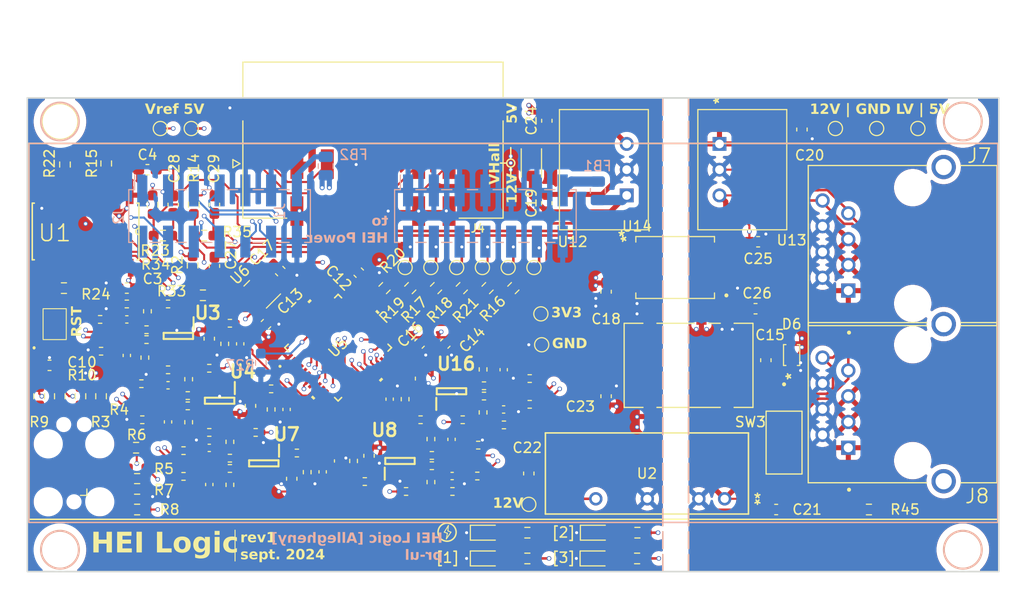
<source format=kicad_pcb>
(kicad_pcb (version 20240108) (generator "pcbnew") (generator_version "8.0")
  (layers (0 "F.Cu" signal) (1 "In1.Cu" signal) (2 "In2.Cu" signal) (31 "B.Cu" signal) (34 "B.Paste" user) (35 "F.Paste" user) (36 "B.SilkS" user "B.Silkscreen") (37 "F.SilkS" user "F.Silkscreen") (38 "B.Mask" user) (39 "F.Mask" user) (44 "Edge.Cuts" user))
  (net 0 "")
  (net 1 "V_Hall")
  (net 2 "/PhA_I")
  (net 3 "/DCV")
  (net 4 "+3V3")
  (net 5 "GND")
  (net 6 "/~{RST}")
  (net 7 "Net-(D2-A)")
  (net 8 "Net-(D3-A)")
  (net 9 "Net-(D4-A)")
  (net 10 "Net-(D5-A)")
  (net 11 "/Control & Motor Interface/Co")
  (net 12 "/Control & Motor Interface/C-")
  (net 13 "Net-(J3-Pin_1)")
  (net 14 "Net-(J3-Pin_2)")
  (net 16 "Net-(J3-Pin_4)")
  (net 17 "Net-(J3-Pin_5)")
  (net 18 "Net-(J3-Pin_6)")
  (net 19 "Net-(J3-Pin_7)")
  (net 20 "Net-(J3-Pin_8)")
  (net 21 "Net-(J3-Pin_10)")
  (net 22 "/PhC_I")
  (net 23 "/Control & Motor Interface/Do")
  (net 24 "/Control & Motor Interface/D-")
  (net 25 "+12V_MCU")
  (net 26 "/TIN1")
  (net 27 "/HRTIM_D1")
  (net 28 "/TIN2")
  (net 29 "+5V")
  (net 30 "/HRTIM_D2")
  (net 31 "/HRTIM_A1")
  (net 32 "/HRTIM_A2")
  (net 33 "+5V_CAN")
  (net 34 "/UART_TX")
  (net 35 "/UART_RX")
  (net 36 "/SWDIO")
  (net 37 "/SWDCLK")
  (net 38 "/HRTIM_B1")
  (net 39 "/HRTIM_B2")
  (net 40 "/TIN3")
  (net 41 "/Control & Motor Interface/A-")
  (net 42 "/HRTIM_D1_r")
  (net 43 "/Control & Motor Interface/Ao")
  (net 44 "/Control & Motor Interface/A+")
  (net 45 "/Control & Motor Interface/Bo")
  (net 46 "/Control & Motor Interface/B-")
  (net 47 "/PhB_I")
  (net 48 "/CAN_TX")
  (net 49 "/CAN_RX")
  (net 50 "/Vref")
  (net 51 "/Control & Motor Interface/E-")
  (net 52 "/HRTIM_A1_r")
  (net 53 "/HRTIM_A2_r")
  (net 54 "/HRTIM_B1_r")
  (net 56 "/Control & Motor Interface/Eo")
  (net 57 "/HRTIM_B2_r")
  (net 58 "/HRTIM_D2_r")
  (net 59 "/Control & Motor Interface/D+")
  (net 60 "/HallIN3_3v3")
  (net 61 "/Control & Motor Interface/B+")
  (net 62 "/Control & Motor Interface/C+")
  (net 63 "/DCI")
  (net 65 "/LED3")
  (net 66 "/LED2")
  (net 67 "/LED1")
  (net 69 "/Control & Motor Interface/E+")
  (net 70 "Net-(J4-Pad8)")
  (net 71 "Net-(J4-Pad2)")
  (net 72 "/Power & CAN/CANL")
  (net 73 "/Power & CAN/CANH")
  (net 74 "/Control & Motor Interface/HallIN1")
  (net 75 "/Control & Motor Interface/HallIN2")
  (net 76 "/Control & Motor Interface/HallIN3")
  (net 77 "Net-(R25-Pad1)")
  (net 78 "/Control & Motor Interface/PhC_Isense+")
  (net 79 "/Control & Motor Interface/PhC_IsenseRef")
  (net 80 "/Control & Motor Interface/PhA_IsenseRef")
  (net 81 "/Control & Motor Interface/PhA_Isense+")
  (net 82 "Net-(R40-Pad1)")
  (net 83 "/Control & Motor Interface/PhB_Isense+")
  (net 84 "/Control & Motor Interface/PhB_IsenseRef")
  (net 85 "Net-(SW3-B)")
  (net 86 "Net-(R46-Pad1)")
  (net 87 "/Control & Motor Interface/DCIsense+")
  (net 88 "/Control & Motor Interface/DCIsenseRef")
  (net 89 "/Control & Motor Interface/DCVsense-")
  (net 90 "/Control & Motor Interface/DCVsense+")
  (net 93 "/HallIN2_3v3")
  (net 95 "/HallIN1_3v3")
  (net 101 "Net-(U5-PH3-BOOT0)")
  (net 102 "Net-(R59-Pad1)")
  (net 103 "Net-(R65-Pad1)")
  (net 104 "+12V_LV")
  (net 105 "GND_LV")
  (net 106 "Net-(J4-Pad9)")
  (net 107 "/Control & Motor Interface/TIN2_r")
  (net 108 "/Control & Motor Interface/TIN3_r")
  (net 109 "/Control & Motor Interface/TIN1_r")
  (net 116 "Net-(J1-Pin_13)")
  (net 117 "Net-(J2-Pin_13)")
  (footprint "Resistor_SMD:R_0402_1005Metric_Pad0.72x0.64mm_HandSolder" (layer "F.Cu") (at 174.752 110.655427)
    (property "Reference" "R42" (hide yes))
    (property "Value" "120")
  )
  (footprint "GTSR_KiCAD_Footprints:R-78E5.0-0.5" (layer "F.Cu") (at 225.261932 95.504 -90)
    (property "Reference" "U13")
    (property "Value" "5V_Converter_R-78E5.0-0.5")
  )
  (footprint "Resistor_SMD:R_0402_1005Metric_Pad0.72x0.64mm_HandSolder" (layer "F.Cu") (at 170.18 123.224426)
    (property "Reference" "R29" (hide yes))
    (property "Value" "10k")
  )
  (footprint "TestPoint:TestPoint_Pad_D1.0mm" (layer "F.Cu") (at 167.894 91.44 90)
    (property "Reference" "TP11" (hide yes))
    (property "Value" "Test_Point")
  )
  (footprint "Capacitor_SMD:C_0603_1608Metric_Pad1.08x0.95mm_HandSolder" (layer "F.Cu") (at 228.6 129.032 180)
    (property "Reference" "C21")
    (property "Value" "1uF")
  )
  (footprint "Capacitor_SMD:C_0603_1608Metric_Pad1.08x0.95mm_HandSolder" (layer "F.Cu") (at 205.994 98.806 90)
    (property "Reference" "C19")
    (property "Value" "10uF")
  )
  (footprint "Capacitor_SMD:C_0603_1608Metric_Pad1.08x0.95mm_HandSolder" (layer "F.Cu") (at 227.584 114.3 90)
    (property "Reference" "C15")
    (property "Value" "2.2uF")
  )
  (footprint "Capacitor_SMD:C_0402_1005Metric_Pad0.74x0.62mm_HandSolder" (layer "F.Cu") (at 185.42 124.240426 90)
    (property "Reference" "C38" (hide yes))
    (property "Value" "33p")
  )
  (footprint "Capacitor_SMD:C_0603_1608Metric_Pad1.08x0.95mm_HandSolder" (layer "F.Cu") (at 173.228 105.002501 90)
    (property "Reference" "C27")
    (property "Value" "0.1uF")
  )
  (footprint "Resistor_SMD:R_0402_1005Metric_Pad0.72x0.64mm_HandSolder" (layer "F.Cu") (at 170.18 125.764426)
    (property "Reference" "R30" (hide yes))
    (property "Value" "10k")
  )
  (footprint "Resistor_SMD:R_0603_1608Metric_Pad0.98x0.95mm_HandSolder" (layer "F.Cu") (at 204.074999 131.318)
    (property "Reference" "R1" (hide yes))
    (property "Value" "100")
  )
  (footprint "Resistor_SMD:R_0402_1005Metric_Pad0.72x0.64mm_HandSolder" (layer "F.Cu") (at 181.356 123.458426)
    (property "Reference" "R51" (hide yes))
    (property "Value" "120")
  )
  (footprint "Resistor_SMD:R_0402_1005Metric_Pad0.72x0.64mm_HandSolder" (layer "F.Cu") (at 172.72 115.096426)
    (property "Reference" "R25" (hide yes))
    (property "Value" "10k")
  )
  (footprint "TestPoint:TestPoint_Pad_D1.0mm" (layer "F.Cu") (at 242.57 91.44 90)
    (property "Reference" "TP19" (hide yes))
    (property "Value" "Test_Point")
  )
  (footprint "Jumper:SolderJumper-3_P1.3mm_Open_RoundedPad1.0x1.5mm_NumberLabels" (layer "F.Cu") (at 204.47 94.8436 -90)
    (property "Reference" "JP2" (hide yes))
    (property "Value" "Jumper_3_Open" (hide yes))
  )
  (footprint "HEI_Logic:SOT95P280X145-5N" (layer "F.Cu") (at 191.516 124.240426 90)
    (property "Reference" "U8")
    (property "Value" "TLV9051IDBVR" (hide yes))
  )
  (footprint "GTSR_KiCAD_Footprints:8-SOIC_ADM3058EBRIZ" (layer "F.Cu") (at 218.948 105.156)
    (property "Reference" "U14")
    (property "Value" "ADM3058EBRIZ")
  )
  (footprint "Resistor_SMD:R_0402_1005Metric_Pad0.72x0.64mm_HandSolder" (layer "F.Cu") (at 174.752 124.982426)
    (property "Reference" "R31" (hide yes))
    (property "Value" "40k")
  )
  (footprint "MountingHole:MountingHole_2.1mm" (layer "F.Cu") (at 247.904 90.678)
    (property "Reference" "H4" (hide yes))
    (property "Value" "No. 8")
  )
  (footprint "Capacitor_SMD:C_0402_1005Metric_Pad0.74x0.62mm_HandSolder" (layer "F.Cu") (at 172.72 122.950426)
    (property "Reference" "C8" (hide yes))
    (property "Value" "0")
  )
  (footprint "Resistor_SMD:R_0402_1005Metric_Pad0.72x0.64mm_HandSolder" (layer "F.Cu") (at 170.5985 118.805925)
    (property "Reference" "R66" (hide yes))
    (property "Value" "40k")
  )
  (footprint "Resistor_SMD:R_0603_1608Metric_Pad0.98x0.95mm_HandSolder" (layer "F.Cu") (at 202.692 107.188 45)
    (property "Reference" "R16")
    (property "Value" "330")
  )
  (footprint "Resistor_SMD:R_0603_1608Metric_Pad0.98x0.95mm_HandSolder" (layer "F.Cu") (at 165.608 129.032 180)
    (property "Reference" "R8")
    (property "Value" "150")
  )
  (footprint "Resistor_SMD:R_0402_1005Metric_Pad0.72x0.64mm_HandSolder" (layer "F.Cu") (at 166.37 114.046 -90)
    (property "Reference" "R41" (hide yes))
    (property "Value" "30k")
  )
  (footprint "Resistor_SMD:R_0402_1005Metric_Pad0.72x0.64mm_HandSolder" (layer "F.Cu") (at 199.23011 122.679917 180)
    (property "Reference" "R54" (hide yes))
    (property "Value" "10k")
  )
  (footprint "TestPoint:TestPoint_Pad_D1.0mm" (layer "F.Cu") (at 192.024 105.156)
    (property "Reference" "TP20" (hide yes))
    (property "Value" "Test_Point")
  )
  (footprint "Capacitor_SMD:C_0603_1608Metric_Pad1.08x0.95mm_HandSolder" (layer "F.Cu") (at 156.972 114.808)
    (property "Reference" "C10")
    (property "Value" "0.1uF")
  )
  (footprint "Capacitor_SMD:C_0603_1608Metric_Pad1.08x0.95mm_HandSolder" (layer "F.Cu") (at 187.452 105.664 135)
    (property "Reference" "C12")
    (property "Value" "0.1uF")
  )
  (footprint "Resistor_SMD:R_0603_1608Metric_Pad0.98x0.95mm_HandSolder" (layer "F.Cu") (at 171.196 98.9565 -90)
    (property "Reference" "R14")
    (property "Value" "X")
  )
  (footprint "Capacitor_SMD:C_0603_1608Metric_Pad1.08x0.95mm_HandSolder" (layer "F.Cu") (at 204.216 125.476 90)
    (property "Reference" "C22")
    (property "Value" "1uF")
  )
  (footprint "Resistor_SMD:R_0402_1005Metric_Pad0.72x0.64mm_HandSolder" (layer "F.Cu") (at 192.11811 127.251917 180)
    (property "Reference" "R59" (hide yes))
    (property "Value" "10k")
  )
  (footprint "Capacitor_SMD:C_0402_1005Metric_Pad0.74x0.62mm_HandSolder" (layer "F.Cu") (at 164.592 113.832929 -90)
    (property "Reference" "C30" (hide yes))
    (property "Value" "0")
  )
  (footprint "Capacitor_SMD:C_0603_1608Metric_Pad1.08x0.95mm_HandSolder" (layer "F.Cu") (at 178.308 110.744 -135)
    (property "Reference" "C13")
    (property "Value" "0.1uF")
  )
  (footprint "Capacitor_SMD:C_0603_1608Metric_Pad1.08x0.95mm_HandSolder" (layer "F.Cu") (at 211.836 107.542501 90)
    (property "Reference" "C18")
    (property "Value" "0.1uF")
  )
  (footprint "Resistor_SMD:R_0402_1005Metric_Pad0.72x0.64mm_HandSolder" (layer "F.Cu") (at 197.7015 120.176426 180)
    (property "Reference" "R65" (hide yes))
    (property "Value" "10k")
  )
  (footprint "Capacitor_SMD:C_0603_1608Metric_Pad1.08x0.95mm_HandSolder" (layer "F.Cu") (at 226.568 109.22 180)
    (property "Reference" "C26")
    (property "Value" "0.1uF")
  )
  (footprint "Capacitor_SMD:C_0603_1608Metric_Pad1.08x0.95mm_HandSolder" (layer "F.Cu") (at 195.98612 112.658305 45)
    (property "Reference" "C14")
    (property "Value" "0.1uF")
  )
  (footprint "Resistor_SMD:R_0603_1608Metric_Pad0.98x0.95mm_HandSolder" (layer "F.Cu") (at 237.744 129.032 180)
    (property "Reference" "R45")
    (property "Value" "120")
  )
  (footprint "Capacitor_SMD:C_0402_1005Metric_Pad0.74x0.62mm_HandSolder" (layer "F.Cu") (at 190.5 118.144426 90)
    (property "Reference" "C41" (hide yes))
    (property "Value" "33p")
  )
  (footprint "TestPoint:TestPoint_Pad_D1.0mm" (layer "F.Cu") (at 205.405601 109.728)
    (property "Reference" "TP15" (hide yes))
    (property "Value" "Test_Point")
  )
  (footprint "HEI_Logic:SOT95P280X145-5N" (layer "F.Cu") (at 178.09563 124.474426 -90)
    (property "Reference" "U7")
    (property "Value" "TLV9051IDBVR" (hide yes))
  )
  (footprint "Resistor_SMD:R_0402_1005Metric_Pad0.72x0.64mm_HandSolder" (layer "F.Cu") (at 174.752 122.352926 -90)
    (property "Reference" "R47" (hide yes))
    (property "Value" "25k")
  )
  (footprint "Capacitor_SMD:C_0603_1608Metric_Pad1.08x0.95mm_HandSolder" (layer "F.Cu") (at 188.468 123.732426 -90)
    (property "Reference" "C40" (hide yes))
    (property "Value" "0.1uF")
  )
  (footprint "Capacitor_SMD:C_0603_1608Metric_Pad1.08x0.95mm_HandSolder" (layer "F.Cu") (at 166.624 95.504)
    (property "Reference" "C4")
    (property "Value" "0.1uF")
  )
  (footprint "Capacitor_SMD:C_0402_1005Metric_Pad0.74x0.62mm_HandSolder" (layer "F.Cu") (at 172.72 126.565926 -90)
    (property "Reference" "C7" (hide yes))
    (property "Value" "0" (hide yes))
  )
  (footprint "Resistor_SMD:R_0402_1005Metric_Pad0.72x0.64mm_HandSolder" (layer "F.Cu") (at 199.71 115.209291 90)
    (property "Reference" "R72" (hide yes))
    (property "Value" "40k")
  )
  (footprint "Connector:Tag-Connect_TC2050-IDC-FP_2x05_P1.27mm_Vertical" (layer "F.Cu") (at 159.385 124.46 90)
    (property "Reference" "J3" (hide yes))
    (property "Value" "Tag-Connect")
  )
  (footprint "HEI_Logic:SOT95P280X145-5N" (layer "F.Cu") (at 173.736 118.297925 -90)
    (property "Reference" "U4")
    (property "Value" "TLV9051IDBVR" (hide yes))
  )
  (footprint "Resistor_SMD:R_0402_1005Metric_Pad0.72x0.64mm_HandSolder" (layer "F.Cu") (at 164.592 108.752929)
    (property "Reference" "R57" (hide yes))
    (property "Value" "10k")
  )
  (footprint "Resistor_SMD:R_0402_1005Metric_Pad0.72x0.64mm_HandSolder" (layer "F.Cu") (at 192.024 118.144426 -90)
    (property "Reference" "R78" (hide yes))
    (property "Value" "10k")
  )
  (footprint "HEI_Logic:SOT95P280X145-5N" (layer "F.Cu") (at 169.672 111.905426 -90)
    (property "Reference" "U3")
    (property "Value" "TLV9051IDBVR" (hide yes))
  )
  (footprint "Capacitor_SMD:C_0603_1608Metric_Pad1.08x0.95mm_HandSolder" (layer "F.Cu") (at 164.592 107.188 180)
    (property "Reference" "C3")
    (property "Value" "0.1uF")
  )
  (footprint "Resistor_SMD:R_0603_1608Metric_Pad0.98x0.95mm_HandSolder" (layer "F.Cu") (at 165.608 124.968)
    (property "Reference" "R5")
    (property "Value" "150")
  )
  (footprint "HEI_Logic:SOT95P280X145-5N" (layer "F.Cu") (at 196.596 117.362426 90)
    (property "Reference" "U16")
    (property "Value" "TLV9051IDBVR" (hide yes))
  )
  (footprint "LED_SMD:LED_0603_1608Metric_Pad1.05x0.95mm_HandSolder" (layer "F.Cu") (at 200.1145 133.858)
    (property "Reference" "D3" (hide yes))
    (property "Value" "LED_Orange")
  )
  (footprint "Resistor_SMD:R_0402_1005Metric_Pad0.72x0.64mm_HandSolder" (layer "F.Cu") (at 194.65811 124.711917 180)
    (property "Reference" "R58" (hide yes))
    (property "Value" "40k")
  )
  (footprint "Resistor_SMD:R_0603_1608Metric_Pad0.98x0.95mm_HandSolder" (layer "F.Cu") (at 167.132 98.9565 -90)
    (property "Reference" "R23")
    (property "Value" "X")
  )
  (footprint "Resistor_SMD:R_0402_1005Metric_Pad0.72x0.64mm_HandSolder" (layer "F.Cu") (at 174.752 126.595926 -90)
    (property "Reference" "R48" (hide yes))
    (property "Value" "30k")
  )
  (footprint "Resistor_SMD:R_0402_1005Metric_Pad0.72x0.64mm_HandSolder" (layer "F.Cu") (at 194.56861 122.082417 90)
    (property "Reference" "R61" (hide yes))
    (property "Value" "30k")
  )
  (footprint "MountingHole:MountingHole_2.1mm" (layer "F.Cu") (at 157.48 133.1468)
    (property "Reference" "H1" (hide yes))
    (property "Value" "No. 8")
  )
  (footprint "Resistor_SMD:R_0603_1608Metric_Pad0.98x0.95mm_HandSolder" (layer "F.Cu") (at 214.893499 133.858)
    (property "Reference" "R12" (hide yes))
    (property "Value" "220")
  )
  (footprint "Resistor_SMD:R_0402_1005Metric_Pad0.72x0.64mm_HandSolder" (layer "F.Cu") (at 194.56861 126.325417 90)
    (property "Reference" "R60" (hide yes))
    (property "Value" "25k")
  )
  (footprint "Resistor_SMD:R_0402_1005Metric_Pad0.72x0.64mm_HandSolder" (layer "F.Cu") (at 170.688 120.419425 -90)
    (property "Reference" "R69" (hide yes))
    (property "Value" "30k")
  )
  (footprint "Resistor_SMD:R_0603_1608Metric_Pad0.98x0.95mm_HandSolder" (layer "F.Cu") (at 200.152 107.188 45)
    (property "Reference" "R21")
    (property "Value" "330")
  )
  (footprint "Resistor_SMD:R_0402_1005Metric_Pad0.72x0.64mm_HandSolder" (layer "F.Cu") (at 166.0265 116.620426)
    (property "Reference" "R43" (hide yes))
    (property "Value" "10k")
  )
  (footprint "Capacitor_SMD:C_0603_1608Metric_Pad1.08x0.95mm_HandSolder" (layer "F.Cu") (at 173.228 98.9565 90)
    (property "Reference" "C29")
    (property "Value" "0.1uF")
  )
  (footprint "LED_SMD:LED_0603_1608Metric_Pad1.05x0.95mm_HandSolder" (layer "F.Cu") (at 210.961001 131.318)
    (property "Reference" "D5" (hide yes))
    (property "Value" "LED_Orange")
  )
  (footprint "Resistor_SMD:R_0402_1005Metric_Pad0.72x0.64mm_HandSolder" (layer "F.Cu") (at 199.7995 117.838791 180)
    (property "Reference" "R64" (hide yes))
    (property "Value" "40k")
  )
  (footprint "TestPoint:TestPoint_Pad_D1.0mm" (layer "F.Cu") (at 199.644 105.156)
    (property "Reference" "TP25" (hide yes))
    (property "Value" "Test_Point")
  )
  (footprint "GTSR_KiCAD_Footprints:ASSMANN_A-2004-2-4-LPS-N-R" (layer "F.Cu") (at 242.062 102.990999 90)
    (property "Reference" "J7")
    (property "Value" "RJ_{1}")
  )
  (footprint "Capacitor_SMD:C_0603_1608Metric_Pad1.08x0.95mm_HandSolder" (layer "F.Cu") (at 172.72 112.179427 -90)
    (property "Reference" "C1" (hide yes))
    (property "Value" "0.1uF")
  )
  (footprint "HEI_Logic:SOIC127P780X200-16N" (layer "F.Cu") (at 160.528 101.6 -90)
    (property "Reference" "U1")
    (property "Value" "CD40109BQNSRQ1")
  )
  (footprint "Resistor_SMD:R_0603_1608Metric_Pad0.98x0.95mm_HandSolder" (layer "F.Cu") (at 160.02 117.856 -90)
    (property "Reference" "R3")
    (property "Value" "150")
  )
  (footprint "Resistor_SMD:R_0402_1005Metric_Pad0.72x0.64mm_HandSolder" (layer "F.Cu") (at 204.3055 118.652426)
    (property "Reference" "R28" (hide yes))
    (property "Value" "10k")
  )
  (footprint "Resistor_SMD:R_0402_1005Metric_Pad0.72x0.64mm_HandSolder" (layer "F.Cu") (at 161.9625 110.276929)
    (property "Reference" "R38" (hide yes))
    (property "Value" "10k")
  )
  (footprint "Capacitor_SMD:C_0603_1608Metric_Pad1.08x0.95mm_HandSolder" (layer "F.Cu") (at 193.44612 112.658306 -135)
    (property "Reference" "C16")
    (property "Value" "4.7uF")
  )
  (footprint "HEI_Logic:TMH SINGLE_TRP" (layer "F.Cu") (at 223.52 127.974501 180)
    (property "Reference" "U2")
    (property "Value" "TMH 1212S")
  )
  (footprint "Resistor_SMD:R_0402_1005Metric_Pad0.72x0.64mm_HandSolder" (layer "F.Cu") (at 166.5345 111.292929)
    (property "Reference" "R37" (hide yes))
    (property "Value" "40k")
  )
  (footprint "TestPoint:TestPoint_Pad_D1.0mm" (layer "F.Cu") (at 204.724 105.156)
    (property "Reference" "TP27" (hide yes))
    (property "Value" "Test_Point")
  )
  (footprint "Capacitor_SMD:C_0603_1608Metric_Pad1.08x0.95mm_HandSolder" (layer "F.Cu") (at 193.548 116.112426 -90)
    (property "Reference" "C2" (hide yes))
    (property "Value" "0.1uF")
  )
  (footprint "TestPoint:TestPoint_Pad_D1.0mm" (layer "F.Cu") (at 234.442 91.44 90)
    (property "Reference" "TP1" (hide yes))
    (property "Value" "Test_Point")
  )
  (footprint "Capacitor_SMD:C_0603_1608Metric_Pad1.08x0.95mm_HandSolder" (layer "F.Cu") (at 169.164 98.9565 90)
    (property "Reference" "C28")
    (property "Value" "0.1uF")
  )
  (footprint "Capacitor_SMD:C_0603_1608Metric_Pad1.08x0.95mm_HandSolder" (layer "F.Cu") (at 180.848 125.998426 90)
    (property "Reference" "C39" (hide yes))
    (property "Value" "0.1uF")
  )
  (footprint "LED_SMD:LED_0603_1608Metric_Pad1.05x0.95mm_HandSolder" (layer "F.Cu") (at 210.932999 133.858)
    (property "Reference" "D4" (hide yes))
    (property "Value" "LED_Orange")
  )
  (footprint "Resistor_SMD:R_0603_1608Metric_Pad0.98x0.95mm_HandSolder" (layer "F.Cu") (at 162.56 94.8925 90)
    (property "Reference" "R15")
    (property "Value" "330")
  )
  (footprint "HEI_Logic:MOLEX_430451210" (layer "F.Cu") (at 188.856 92.58825 180)
    (property "Reference" "J4")
    (property "Value" "430451210")
  )
  (footprint "Capacitor_SMD:C_0402_1005Metric_Pad0.74x0.62mm_HandSolder" (layer "F.Cu") (at 168.656 120.389425 -90)
    (property "Reference" "C32" (hide yes))
    (property "Value" "0")
  )
  (footprint "Resistor_SMD:R_0402_1005Metric_Pad0.72x0.64mm_HandSolder" (layer "F.Cu") (at 170.5985 117.789925)
    (property "Reference" "R67" (hide yes))
    (property "Value" "40k")
  )
  (footprint "Resistor_SMD:R_0603_1608Metric_Pad0.98x0.95mm_HandSolder" (layer "F.Cu") (at 165.608 127 180)
    (property "Reference" "R7")
    (property "Value" "150")
  )
  (footprint "Resistor_SMD:R_0402_1005Metric_Pad0.72x0.64mm_HandSolder" (layer "F.Cu") (at 186.944 124.240426 -90)
    (property "Reference" "R75" (hide yes))
    (property "Value" "10k")
  )
  (footprint "Resistor_SMD:R_0603_1608Metric_Pad0.98x0.95mm_HandSolder" (layer "F.Cu") (at 157.988 117.856 -90)
    (property "Reference" "R10")
    (property "Value" "150")
  )
  (footprint "Resistor_SMD:R_0603_1608Metric_Pad0.98x0.95mm_HandSolder" (layer "F.Cu") (at 204.074999 133.858)
    (property "Reference" "R11" (hide yes))
    (property "Value" "220")
  )
  (footprint "Resistor_SMD:R_0603_1608Metric_Pad0.98x0.95mm_HandSolder" (layer "F.Cu") (at 155.956 117.856 -90)
    (property "Reference" "R9")
    (property "Value" "150")
  )
  (footprint "Resistor_SMD:R_0603_1608Metric_Pad0.98x0.95mm_HandSolder" (layer "F.Cu") (at 162.052 117.856 -90)
    (property "Reference" "R4")
    (property "Value" "150")
  )
  (footprint "Resistor_SMD:R_0402_1005Metric_Pad0.72x0.64mm_HandSolder" (layer "F.Cu") (at 174.752 123.966426)
    (property "Reference" "R32" (hide yes))
    (property "Value" "40k")
  )
  (footprint "GTSR_KiCAD_Footprints:SW_DS04-254-1-01BK-SMT" (layer "F.Cu") (at 229.378 122.428 -90)
    (property "Reference" "SW3")
    (property "Value" "SW_SPST")
  )
  (footprint "Capacitor_SMD:C_0402_1005Metric_Pad0.74x0.62mm_HandSolder" (layer "F.Cu") (at 168.656 116.773925)
    (property "Reference" "C36" (hide yes))
    (property "Value" "0")
  )
  (footprint "Capacitor_SMD:C_0402_1005Metric_Pad0.74x0.62mm_HandSolder" (layer "F.Cu") (at 183.896 125.315926 -90)
    (property "Reference" "C9" (hide yes))
    (property "Value" "33p")
  )
  (footprint "GTSR_KiCAD_Footprints:3V_Ref_LM4132AQ1MFT3.0_SOT235" (layer "F.Cu") (at 177.49948 107.816024 -135)
    (property "Reference" "U6")
    (property "Value" "LM4132BMF-3.3")
  )
  (footprint "Capacitor_SMD:C_0603_1608Metric_Pad1.08x0.95mm_HandSolder" (layer "F.Cu") (at 179.713431 105.508731 -45)
    (property "Reference" "C17")
    (property "Value" "4.7u")
  )
  (footprint "Resistor_SMD:R_0402_1005Metric_Pad0.72x0.64mm_HandSolder" (layer "F.Cu") (at 188.0495 126.272426 180)
    (property "Reference" "R76" (hide yes))
    (property "Value" "120")
  )
  (footprint "Resistor_SMD:R_0402_1005Metric_Pad0.72x0.64mm_HandSolder" (layer "F.Cu") (at 168.656 115.249925)
    (property "Reference" "R26" (hide yes))
    (property "Value" "10k")
  )
  (footprint "Resistor_SMD:R_0603_1608Metric_Pad0.98x0.95mm_HandSolder" (layer "F.Cu") (at 195.072 107.188 -135)
    (property "Reference" "R17")
    (property "Value" "330")
  )
  (footprint "Resistor_SMD:R_0402_1005Metric_Pad0.72x0.64mm_HandSolder" (layer "F.Cu") (at 166.5345 112.268927)
    (property "Reference" "R36" (hide yes))
    (property "Value" "40k")
  )
  (footprint "TestPoint:TestPoint_Pad_D1.0mm" (layer "F.Cu") (at 197.104 105.156)
    (property "Reference" "TP24" (hide yes))
    (property "Value" "Test_Point")
  )
  (footprint "Resistor_SMD:R_0402_1005Metric_Pad0.72x0.64mm_HandSolder" (layer "F.Cu") (at 204.3055 116.112426)
    (property "Reference" "R62" (hide yes))
    (property "Value" "10k")
  )
  (footprint "Resistor_SMD:R_0402_1005Metric_Pad0.72x0.64mm_HandSolder" (layer "F.Cu") (at 166.116 120.176426)
    (property "Reference" "R44" (hide yes))
    (property "Value" "10k")
  )
  (footprint "Resistor_SMD:R_0402_1005Metric_Pad0.72x0.64mm_HandSolder" (layer "F.Cu") (at 194.65811 123.695917 180)
    (property "Reference" "R55" (hide yes))
    (property "Value" "40k")
  )
  (footprint "TestPoint:TestPoint_Pad_D1.0mm" (layer "F.Cu") (at 170.942 91.44)
    (property "Reference" "TP18" (hide yes))
    (property "Value" "Test_Point")
  )
  (footprint "Resistor_SMD:R_0603_1608Metric_Pad0.98x0.95mm_HandSolder" (layer "F.Cu") (at 172.0935 107.897002)
    (property "Reference" "R33")
    (property "Value" "330")
  )
  (footprint "Capacitor_SMD:C_0402_1005Metric_Pad0.74x0.62mm_HandSolder" (layer "F.Cu") (at 196.66011 125.727917 180)
    (property "Reference" "C37" (hide yes))
    (property "Value" "0")
  )
  (footprint "Resistor_SMD:R_0402_1005Metric_Pad0.72x0.64mm_HandSolder" (layer "F.Cu") (at 177.292 121.426426)
    (property "Reference" "R46" (hide yes))
    (property "Value" "10k")
  )
  (footprint "MountingHole:MountingHole_2.1mm" (layer "F.Cu") (at 157.48 90.932)
    (property "Reference" "H3" (hide yes))
    (property "Value" "No. 8")
  )
  (footprint "Resistor_SMD:R_0402_1005Metric_Pad0.72x0.64mm_HandSolder" (layer "F.Cu") (at 178.816 119.160426 90)
    (property "Reference" "R70" (hide yes))
    (property "Value" "10k")
  )
  (footprint "TestPoint:TestPoint_Pad_D1.0mm" (layer "F.Cu") (at 202.184 105.156)
    (property "Reference" "TP26" (hide yes))
    (property "Value" "Test_Point")
  )
  (footprint "Resistor_SMD:R_0603_1608Metric_Pad0.98x0.95mm_HandSolder" (layer "F.Cu") (at 172.212 102.0045)
    (property "Reference" "R35")
    (property "Value" "330")
  )
  (footprint "Capacitor_SMD:C_0402_1005Metric_Pad0.74x0.62mm_HandSolder" (layer "F.Cu") (at 201.742 115.239291 90)
    (property "Reference" "C6" (hide yes))
    (property "Value" "0")
  )
  (footprint "Resistor_SMD:R_0402_1005Metric_Pad0.72x0.64mm_HandSolder" (layer "F.Cu") (at 162.052 113.414429)
    (property "Reference" "R39" (hide yes))
    (property "Value" "10k")
  )
  (footprint "HEI_Logic:CONV_PDS1-S12-S3-M" (layer "F.Cu") (at 219.964 114.808 -90)
    (property "Reference" "U9" (hide yes))
    (property "Value" "PDS1-S12-S3-M")
  )
  (footprint "GTSR_KiCAD_Footprints:R-78E5.0-0.5" (layer "F.Cu") (at 211.618068 95.504 90)
    (property "Reference" "U12")
    (property "Value" "5V_Converter_R-78E5.0-0.5")
  )
  (footprint "Resistor_SMD:R_0603_1608Metric_Pad0.98x0.95mm_HandSolder" (layer "F.Cu") (at 168.148 102.0045)
    (property "Reference" "R34")
    (property "Value" "330")
  )
  (footprint "HEI_Logic:LQFP48-7x7mm" (layer "F.Cu") (at 185.42 113.064426 45)
    (property "Reference" "U5")
    (property "Value" "STM32F334C8T6")
  )
  (footprint "Capacitor_SMD:C_0603_1608Metric_Pad1.08x0.95mm_HandSolder" (layer "F.Cu") (at 226.822 102.616)
    (property "Reference" "C25")
    (property "Value" "10uF")
  )
  (footprint "Capacitor_SMD:C_0402_1005Metric_Pad0.74x0.62mm_HandSolder" (layer "F.Cu") (at 180.34 119.160426 -90)
    (property "Reference" "C33" (hide yes))
    (property "Value" "33p")
  )
  (footprint "Resistor_SMD:R_0402_1005Metric_Pad0.72x0.64mm_HandSolder" (layer "F.Cu") (at 166.624 109.474 -90)
    (property "Reference" "R40" (hide yes))
    (property "Value" "25k")
  )
  (footprint "Resistor_SMD:R_0603_1608Metric_Pad0.98x0.95mm_HandSolder" (layer "F.Cu") (at 192.532 107.188 -135)
    (property "Reference" "R19")
    (property "Value" "330")
  )
  (footprint "Resistor_SMD:R_0402_1005Metric_Pad0.72x0.64mm_HandSolder" (layer "F.Cu") (at 178.816 117.128426)
    (property "Reference" "R74" (hide yes))
    (property "Value" "120")
  )
  (footprint "Resistor_SMD:R_0402_1005Metric_Pad0.72x0.64mm_HandSolder" (layer "F.Cu") (at 182.372 125.345926 90)
    (property "Reference" "R50" (hide yes))
    (property "Value" "10k")
  )
  (footprint "TestPoint:TestPoint_Pad_D1.0mm" (layer "F.Cu") (at 204.216 128.524)
    (property "Reference" "TP17" (hide yes))
    (property "Value" "Test_Point")
  )
  (footprint "Resistor_SMD:R_0402_1005Metric_Pad0.72x0.64mm_HandSolder" (layer "F.Cu") (at 172.72 121.426426)
    (property "Reference" "R49" (hide yes))
    (property "Value" "10k")
  )
  (footprint "Resistor_SMD:R_0402_1005Metric_Pad0.72x0.64mm_HandSolder" (layer "F.Cu") (at 199.71 119.452291 90)
    (property "Reference" "R71" (hide yes))
    (property "Value" "35k")
  )
  (footprint "Capacitor_SMD:C_0402_1005Metric_Pad0.74x0.62mm_HandSolder" (layer "F.Cu") (at 196.60061 122.112417 90)
    (property "Reference" "C35" (hide yes))
    (property "Value" "0")
  )
  (footprint "Resistor_SMD:R_0603_1608Metric_Pad0.98x0.95mm_HandSolder" (layer "F.Cu") (at 214.921501 131.318)
    (property "Reference" "R13" (hide yes))
    (property "Value" "220")
  )
  (footprint "Resistor_SMD:R_0402_1005Metric_Pad0.72x0.64mm_HandSolder" (layer "F.Cu") (at 193.548 120.176426 180)
    (property "Reference" "R79" (hide yes))
    (property "Value" "120")
  )
  (footprint "TestPoint:TestPoint_Pad_D1.0mm" (layer "F.Cu") (at 238.506 91.44 90)
    (property "Reference" "TP2" (hide yes))
    (property "Value" "Test_Point")
  )
  (footprint "Capacitor_SMD:C_0402_1005Metric_Pad0.74x0.62mm_HandSolder" (layer "F.Cu") (at 175.768 112.687427 -90)
    (property "Reference" "C5" (hide yes))
    (property "Value" "33p")
  )
  (footprint "Capacitor_SMD:C_0603_1608Metric_Pad1.08x0.95mm_HandSolder" (layer "F.Cu") (at 211.836 117.856 90)
    (property "Reference" "C23")
    (property "Value" "10uF")
  )
  (footprint "Resistor_SMD:R_0402_1005Metric_Pad0.72x0.64mm_HandSolder" (layer "F.Cu") (at 168.656 108.752929)
    (property "Reference" "R56" (hide yes))
    (property "Value" "10k")
  )
  (footprint "Resistor_SMD:R_0402_1005Metric_Pad0.72x0.64mm_HandSolder" (layer "F.Cu") (at 196.69011 127.251917 180)
    (property "Reference" "R68" (hide yes))
    (property "Value" "10k")
  )
  (footprint "GTSR_KiCAD_Footprints:ESD12VD3B-TP" (layer "F.Cu") (at 230.124 113.792 90)
    (property "Reference" "D6")
    (property "Value" "12V_TVS_ESD12VD3B-TP" (hide yes))
  )
  (footprint "Capacitor_SMD:C_0603_1608Metric_Pad1.08x0.95mm_HandSolder" (layer "F.Cu") (at 176.784 118.805925 90)
    (property "Reference" "C11" (hide yes))
    (property "Value" "0.1uF")
  )
  (footprint "Capacitor_SMD:C_0603_1608Metric_Pad1.08x0.95mm_HandSolder" (layer "F.Cu") (at 205.994 90.678 -90)
    (property "Reference" "C24")
    (property "Value" "10uF")
  )
  (footprint "Resistor_SMD:R_0603_1608Metric_Pad0.98x0.95mm_HandSolder" (layer "F.Cu") (at 165.5045 122.936 180)
    (property "Reference" "R6")
    (property "Value" "150")
  )
  (footprint "Resistor_SMD:R_0603_1608Metric_Pad0.98x0.95mm_HandSolder" (layer "F.Cu") (at 197.612 107.188 -135)
    (property "Reference" "R18")
    (property "Value" "330")
  )
  (footprint "Capacitor_SMD:C_0402_1005Metric_Pad0.74x0.62mm_HandSolder" (layer "F.Cu") (at 164.592 110.276929)
    (property "Reference" "C31" (hide yes))
    (property "Value" "0")
  )
  (footprint "Capacitor_SMD:C_0402_1005Metric_Pad0.74x0.62mm_HandSolder" (layer "F.Cu") (at 201.7355 119.160426 180)
    (property "Reference" "C34" (hide yes))
    (property "Value" "0")
  )
  (footprint "HEI_Logic:KMR223GLFG" (layer "F.Cu") (at 157.226 110.744 90)
    (property "Reference" "SW1" (hide yes))
    (property "Value" "KMR223GLFG" (hide yes))
  )
  (footprint "Resistor_SMD:R_0402_1005Metric_Pad0.72x0.64mm_HandSolder" (layer "F.Cu") (at 201.7655 120.684426 180)
    (property "Reference" "R77" (hide yes))
    (property "Value" "10k")
  )
  (footprint "TestPoint:TestPoint_Pad_D1.0mm" (layer "F.Cu") (at 194.564 105.156)
    (property "Reference" "TP21" (hide yes))
    (property "Value" "Test_Point")
  )
  (footprint "Resistor_SMD:R_0402_1005Metric_Pad0.72x0.64mm_HandSolder" (layer "F.Cu") (at 174.244 112.687427 90)
    (property "Reference" "R73" (hide yes))
    (property "Value" "10k")
  )
  (footprint "Resistor_SMD:R_0603_1608Metric_Pad0.98x0.95mm_HandSolder" (layer "F.Cu") (at 171.0775 104.952502 -90)
    (property "Reference" "R2")
    (property "Value" "X")
  )
  (footprint "Resistor_SMD:R_0402_1005Metric_Pad0.72x0.64mm_HandSolder" (layer "F.Cu") (at 199.14061 125.727917 180)
    (property "Reference" "R52" (hide yes))
    (property "Value" "10k")
  )
  (footprint "GTSR_KiCAD_Footprints:ASSMANN_A-2004-2-4-LPS-N-R" (layer "F.Cu") (at 242.062 118.490999 90)
    (property "Reference" "J8")
    (property "Value" "RJ_{2}")
  )
  (footprint "LED_SMD:LED_0603_1608Metric_Pad1.05x0.95mm_HandSolder" (layer "F.Cu") (at 200.114499 131.318)
    (property "Reference" "D2" (hide yes))
    (property "Value" "LED_Green")
  )
  (footprint "Resistor_SMD:R_0402_1005Metric_Pad0.72x0.64mm_HandSolder" (layer "F.Cu") (at 199.7995 116.822791 180)
    (property "Reference" "R63" (hide yes))
    (property "Value" "40k")
  )
  (footprint "Resistor_SMD:R_0603_1608Metric_Pad0.98x0.95mm_HandSolder" (layer "F.Cu") (at 158.496 94.996 -90)
    (property "Reference" "R22")
    (property "Value" "330")
  )
  (footprint "Resistor_SMD:R_0603_1608Metric_Pad0.98x0.95mm_HandSolder" (layer "F.Cu") (at 158.3925 107.188 180)
    (property "Reference" "R24")
    (property "Value" "330")
  )
  (footprint "Resistor_SMD:R_0402_1005Metric_Pad0.72x0.64mm_HandSolder" (layer "F.Cu") (at 170.688 116.176425 -90)
    (property "Reference" "R53" (hide yes))
    (property "Value" "25k")
  )
  (footprint "MountingHole:MountingHole_2.1mm" (layer "F.Cu") (at 247.904 132.588)
    (property "Reference" "H2" (hide yes))
    (property "Value" "No. 8")
  )
  (footprint "Capacitor_SMD:C_0603_1608Metric_Pad1.08x0.95mm_HandSolder" (layer "F.Cu") (at 231.14 91.5405 -90)
    (property "Reference" "C20")
    (property "Value" "10uF")
  )
  (footprint "TestPoint:TestPoint_Pad_D1.0mm" (layer "F.Cu") (at 205.486 112.776)
    (property "Reference" "TP16" (hide yes))
    (property "Value" "Test_Point")
  )
  (footprint "Resistor_SMD:R_0603_1608Metric_Pad0.98x0.95mm_HandSolder" (layer "F.Cu") (at 189.992 107.188 -135)
    (property "Reference" "R20")
    (property "Value" "330")
  )
  (footprint "Connector_PinHeader_2.54mm:PinHeader_2x07_P2.54mm_Vertical_SMD" (layer "B.Cu") (at 173.736 100.076 -90)
    (property "Reference" "J2")
    (property "Value" "Conn_02x07_Odd_Even" (hide yes))
  )
  (footprint "Resistor_SMD:R_0805_2012Metric" (layer "B.Cu") (at 211.0232 97.5868 -90)
    (property "Reference" "FB1")
    (property "Value" "~")
  )
  (footprint "Connector_PinHeader_2.54mm:PinHeader_2x07_P2.54mm_Vertical_SMD" (layer "B.Cu") (at 199.936 100.076 -90)
    (property "Reference" "J1")
    (property "Value" "Conn_02x07_Odd_Even" (hide yes))
  )
  (footprint "Resistor_SMD:R_0603_1608Metric_Pad0.98x0.95mm_HandSolder" (layer "B.Cu") (at 177.8 114.554 90)
    (property "Reference" "R27")
    (property "Value" "10k")
  )
  (footprint "Resistor_SMD:R_0805_2012Metric" (layer "B.Cu") (at 184.2008 95.1484 -90)
    (property "Reference" "FB2")
    (property "Value" "~")
  )
  (gr_circle (center 158 133) (end 159.867893 133) (stroke (width 0.2)) (fill none) (layer "B.SilkS"))
  (gr_rect (start 154.94 92.914) (end 250.444 130.304) (stroke (width 0.15)) (fill none) (layer "B.SilkS"))
  (gr_line (start 217.424 135.128) (end 217.424 88.392) (stroke (width 0.15) (type dash)) (layer "B.SilkS"))
  (gr_circle (center 158 90.75) (end 159.867893 90.75) (stroke (width 0.2)) (fill none) (layer "B.SilkS"))
  (gr_circle (center 247 133) (end 248.867893 133) (stroke (width 0.2)) (fill none) (layer "B.SilkS"))
  (gr_line (start 219.964 135.128) (end 219.964 88.392) (stroke (width 0.15) (type dash)) (layer "B.SilkS"))
  (gr_circle (center 247 90.75) (end 248.867893 90.75) (stroke (width 0.2)) (fill none) (layer "B.SilkS"))
  (gr_line (start 219.964 135.128) (end 219.964 88.392) (stroke (width 0.15) (type dash)) (layer "F.SilkS"))
  (gr_line (start 202.438 96.37724) (end 202.438 95.25) (stroke (width 0.15)) (layer "F.SilkS"))
  (gr_line (start 196.2912 130.6068) (end 195.8848 131.2672) (stroke (width 0.1)) (layer "F.SilkS"))
  (gr_line (start 217.424 135.128) (end 217.424 88.392) (stroke (width 0.15) (type dash)) (layer "F.SilkS"))
  (gr_circle (center 158 133) (end 159.867893 133) (stroke (width 0.2)) (fill none) (layer "F.SilkS"))
  (gr_circle (center 158 90.75) (end 156.6792 89.5308) (stroke (width 0.2)) (fill none) (layer "F.SilkS"))
  (gr_line (start 202.438 94.45648) (end 202.438 93.32924) (stroke (width 0.15)) (layer "F.SilkS"))
  (gr_line (start 196.1896 131.3688) (end 196.088 131.9276) (stroke (width 0.1)) (layer "F.SilkS"))
  (gr_rect (start 154.94 92.914) (end 250.444 130) (stroke (width 0.15)) (fill none) (layer "F.SilkS"))
  (gr_line (start 196.5452 131.2672) (end 196.088 131.9276) (stroke (width 0.1)) (layer "F.SilkS"))
  (gr_line (start 202.04124 94.85324) (end 201.422 94.85324) (stroke (width 0.15)) (layer "F.SilkS"))
  (gr_circle (center 247 133) (end 248.867893 133) (stroke (width 0.2)) (fill none) (layer "F.SilkS"))
  (gr_line (start 195.8848 131.2672) (end 196.1896 131.3688) (stroke (width 0.1)) (layer "F.SilkS"))
  (gr_circle (center 196.161091 131.2672) (end 196.719891 131.962615) (stroke (width 0.15)) (fill none) (layer "F.SilkS"))
  (gr_line (start 175.26 131.064) (end 175.26 134.112) (stroke (width 0.1)) (layer "F.SilkS"))
  (gr_line (start 196.2404 131.1402) (end 196.5452 131.2672) (stroke (width 0.1)) (layer "F.SilkS"))
  (gr_circle (center 247 90.75) (end 245.6792 89.4292) (stroke (width 0.2)) (fill none) (layer "F.SilkS"))
  (gr_line (start 196.2912 130.6068) (end 196.2404 131.1402) (stroke (width 0.1)) (layer "F.SilkS"))
  (gr_circle (center 202.438 94.85324) (end 202.7428 94.59924) (stroke (width 0.15)) (fill none) (layer "F.SilkS"))
  (gr_rect (start 154.786 88.428) (end 250.544 135.154) (stroke (width 0.15)) (fill none) (layer "Edge.Cuts"))
  (gr_text "HEI Logic [Allegheny]\npr-ul" (at 195.7324 134.1628 0) (layer "B.SilkS") (effects (font (size 1 1) (thickness 0.2) (bold yes) (italic yes)) (justify left bottom mirror)))
  (gr_text "to\nHEI Power" (at 190.3476 102.87 0) (layer "B.SilkS") (effects (font (size 1 1) (thickness 0.2) (bold yes)) (justify left bottom mirror)))
  (gr_text "GND" (at 206.502 113.284 0) (layer "F.SilkS") (effects (font (size 1 1) (thickness 0.2) (bold yes)) (justify left bottom)))
  (gr_text "[2]" (at 206.4004 131.8768 0) (layer "F.SilkS") (effects (font (size 1 1)) (justify left bottom)))
  (gr_text "Vref" (at 166.37 90.17 0) (layer "F.SilkS") (effects (font (size 1 1) (thickness 0.2) (bold yes)) (justify left bottom)))
  (gr_text "VHall" (at 201.4728 96.98684 90) (layer "F.SilkS") (effects (font (size 1 1) (thickness 0.2) (bold yes)) (justify left bottom)))
  (gr_text "RST" (at 160.274 112.014 90) (layer "F.SilkS") (effects (font (size 1 1) (thickness 0.2) (bold yes)) (justify left bottom)))
  (gr_text "12V" (at 200.66 129.032 0) (layer "F.SilkS") (effects (font (size 1 1) (thickness 0.2) (bold yes)) (justify left bottom)))
  (gr_text "12V          5V" (at 203.2 98.86644 90) (layer "F.SilkS") (effects (font (size 1 1) (thickness 0.2) (bold yes)) (justify left bottom)))
  (gr_text "HEI Logic" (at 161.036 133.604 0) (layer "F.SilkS") (effects (font (size 2 2) (thickness 0.2) (bold yes)) (justify left bottom)))
  (gr_text "rev1\nsept. 2024" (at 175.768 134.112 0) (layer "F.SilkS") (effects (font (size 1 1) (thickness 0.2) (bold yes)) (justify left bottom)))
  (gr_text "5V" (at 170.18 90.17 0) (layer "F.SilkS") (effects (font (size 1 1) (thickness 0.2) (bold yes)) (justify left bottom)))
  (gr_text "[3]" (at 206.4004 134.366 0) (layer "F.SilkS") (effects (font (size 1 1)) (justify left bottom)))
  (gr_text "[1]" (at 194.9704 134.366 0) (layer "F.SilkS") (effects (font (size 1 1)) (justify left bottom)))
  (gr_text "3V3" (at 206.421601 110.236 0) (layer "F.SilkS") (effects (font (size 1 1) (thickness 0.2) (bold yes)) (justify left bottom)))
  (gr_text "12V | GND LV | 5V" (at 231.902 90.17 0) (layer "F.SilkS") (effects (font (size 1 1) (thickness 0.2) (bold yes)) (justify left bottom)))
  (segment (start 157.353 103.3145) (end 157.353 98.0186) (width 0.25) (layer "F.Cu") (net 1))
  (segment (start 156.083 105.1814) (end 156.083 104.5845) (width 0.25) (layer "F.Cu") (net 1))
  (segment (start 164.592 98.3996) (end 164.973 98.0186) (width 0.2) (layer "F.Cu") (net 1))
  (segment (start 164.592 99.314) (end 164.592 98.3996) (width 0.2) (layer "F.Cu") (net 1))
  (segment (start 156.083 104.5845) (end 157.353 103.3145) (width 0.25) (layer "F.Cu") (net 1))
  (via (at 160.528 100.838) (size 0.45) (drill 0.3) (layers "F.Cu" "B.Cu") (net 1))
  (via (at 202.438 95.504) (size 0.45) (drill 0.3) (layers "F.Cu" "B.Cu") (net 1))
  (via (at 163.83 100.076) (size 0.45) (drill 0.3) (layers "F.Cu" "B.Cu") (net 1))
  (via (at 202.438 94.8436) (size 0.45) (drill 0.3) (layers "F.Cu" "B.Cu") (net 1))
  (via (at 202.438 94.1832) (size 0.45) (drill 0.3) (layers "F.Cu" "B.Cu") (net 1))
  (via (at 164.592 99.314) (size 0.45) (drill 0.3) (layers "F.Cu" "B.Cu") (net 1))
  (segment (start 176.985036 113.336963) (end 176.985036 113.68749) (width 0.2) (layer "F.Cu") (net 2))
  (segment (start 175.768 111.073927) (end 175.3495 110.655427) (width 0.2) (layer "F.Cu") (net 2))
  (segment (start 176.985036 113.68749) (end 181.490472 118.192926) (width 0.2) (layer "F.Cu") (net 2))
  (segment (start 175.768 112.119927) (end 176.985036 113.336963) (width 0.2) (layer "F.Cu") (net 2))
  (segment (start 175.768 112.119927) (end 175.768 111.073927) (width 0.2) (layer "F.Cu") (net 2))
  (segment (start 181.490472 118.192926) (end 182.766372 118.192926) (width 0.2) (layer "F.Cu") (net 2))
  (segment (start 182.766372 118.192926) (end 183.652233 117.307065) (width 0.2) (layer "F.Cu") (net 2))
  (segment (start 191.9645 120.176426) (end 190.5 118.711926) (width 0.2) (layer "F.Cu") (net 3))
  (segment (start 192.9505 120.176426) (end 191.9645 120.176426) (width 0.2) (layer "F.Cu") (net 3))
  (segment (start 188.592628 118.711926) (end 187.187767 117.307065) (width 0.2) (layer "F.Cu") (net 3))
  (segment (start 190.5 118.711926) (end 188.592628 118.711926) (width 0.2) (layer "F.Cu") (net 3))
  (segment (start 162.052 116.9435) (end 162.052 116.07799) (width 0.2) (layer "F.Cu") (net 4))
  (segment (start 194.056 112.048426) (end 195.37624 112.048426) (width 0.25) (layer "F.Cu") (net 4))
  (segment (start 180.46002 112.014) (end 180.470253 112.003767) (width 0.2) (layer "F.Cu") (net 4))
  (segment (start 190.369747 114.125085) (end 190.674916 114.125085) (width 0.25) (layer "F.Cu") (net 4))
  (segment (start 195.376241 112.048425) (end 196.596 112.048425) (width 0.25) (layer "F.Cu") (net 4))
  (segment (start 164.973 105.1814) (end 164.973 106.204) (width 0.2) (layer "F.Cu") (net 4))
  (segment (start 212.0354 106.4806) (end 214.5754 106.4806) (width 0.2) (layer "F.Cu") (net 4))
  (segment (start 214.5754 106.4806) (end 215.392 105.664) (width 0.2) (layer "F.Cu") (net 4))
  (segment (start 190.674916 114.125085) (end 192.751575 112.048426) (width 0.25) (layer "F.Cu") (net 4))
  (segment (start 162.052 116.07799) (end 161.54401 115.57) (width 0.2) (layer "F.Cu") (net 4))
  (segment (start 186.480659 105.415581) (end 186.84212 105.05412) (width 0.2) (layer "F.Cu") (net 4))
  (segment (start 179.578 127.254) (end 180.454927 127.254) (width 0.2) (layer "F.Cu") (net 4))
  (segment (start 165.454501 107.188) (end 164.751 106.484499) (width 0.2) (layer "F.Cu") (net 4))
  (segment (start 179.04563 125.724426) (end 179.04563 126.72163) (width 0.2) (layer "F.Cu") (net 4))
  (segment (start 215.392 105.664) (end 215.392 104.4301) (width 0.2) (layer "F.Cu") (net 4))
  (segment (start 180.454927 127.254) (end 180.848 126.860927) (width 0.2) (layer "F.Cu") (net 4))
  (segment (start 170.622 113.155426) (end 170.622 112.334) (width 0.2) (layer "F.Cu") (net 4))
  (segment (start 179.04563 126.72163) (end 179.578 127.254) (width 0.2) (layer "F.Cu") (net 4))
  (segment (start 172.655074 111.252) (end 172.72 111.316926) (width 0.2) (layer "F.Cu") (net 4))
  (segment (start 194.818 116.078) (end 193.989925 115.249925) (width 0.2) (layer "F.Cu") (net 4))
  (segment (start 177.90188 111.35388) (end 178.562 112.014) (width 0.2) (layer "F.Cu") (net 4))
  (segment (start 178.562 112.014) (end 180.46002 112.014) (width 0.2) (layer "F.Cu") (net 4))
  (segment (start 164.751 106.484499) (end 164.751 106.426) (width 0.2) (layer "F.Cu") (net 4))
  (segment (start 214.2129 103.251) (end 213.6627 103.251) (width 0.2) (layer "F.Cu") (net 4))
  (segment (start 186.480659 108.114679) (end 186.480659 105.415581) (width 0.2) (layer "F.Cu") (net 4))
  (segment (start 211.836 106.68) (end 212.0354 106.4806) (width 0.2) (layer "F.Cu") (net 4))
  (segment (start 215.392 104.4301) (end 214.2129 103.251) (width 0.2) (layer "F.Cu") (net 4))
  (segment (start 192.751575 112.048426) (end 194.056 112.048426) (width 0.25) (layer "F.Cu") (net 4))
  (segment (start 170.622 112.334) (end 171.704 111.252) (width 0.2) (layer "F.Cu") (net 4))
  (segment (start 164.973 106.204) (end 164.751 106.426) (width 0.2) (layer "F.Cu") (net 4))
  (segment (start 177.69812 111.35388) (end 177.90188 111.35388) (width 0.2) (layer "F.Cu") (net 4))
  (segment (start 171.704 111.252) (end 172.655074 111.252) (width 0.2) (layer "F.Cu") (net 4))
  (segment (start 193.989925 115.249925) (end 193.548 115.249925) (width 0.2) (layer "F.Cu") (net 4))
  (segment (start 195.37624 112.048426) (end 195.376241 112.048425) (width 0.25) (layer "F.Cu") (net 4))
  (via (at 210.82 106.172) (size 0.45) (drill 0.3) (layers "F.Cu" "B.Cu") (net 4))
  (via (at 212.852 118.872) (size 0.45) (drill 0.3) (layers "F.Cu" "B.Cu") (net 4))
  (via (at 210.82 106.934) (size 0.45) (drill 0.3) (layers "F.Cu" "B.Cu") (net 4))
  (via (at 193.04 111.506) (size 0.45) (drill 0.3) (layers "F.Cu" "B.Cu") (net 4))
  (via (at 161.54401 115.57) (size 0.45) (drill 0.3) (layers "F.Cu" "B.Cu") (net 4))
  (via (at 179.578 127.254) (size 0.45) (drill 0.3) (layers "F.Cu" "B.Cu") (net 4))
  (via (at 189.484 122.936) (size 0.45) (drill 0.3) (layers "F.Cu" "B.Cu") (net 4))
  (via (at 194.818 116.078) (size 0.45) (drill 0.3) (layers "F.Cu" "B.Cu") (net 4))
  (via (at 171.704 111.252) (size 0.45) (drill 0.3) (layers "F.Cu" "B.Cu") (net 4))
  (via (at 178.562 112.014) (size 0.45) (drill 0.3) (layers "F.Cu" "B.Cu") (net 4))
  (via (at 214.884 120.904) (size 0.45) (drill 0.3) (layers "F.Cu" "B.Cu") (net 4))
  (via (at 195.58 111.506) (size 0.45) (drill 0.3) (layers "F.Cu" "B.Cu") (net 4))
  (via (at 164.751 106.426) (size 0.45) (drill 0.3) (layers "F.Cu" "B.Cu") (net 4))
  (via (at 214.884 119.888) (size 0.45) (drill 0.3) (layers "F.Cu" "B.Cu") (net 4))
  (via (at 175.768 119.38) (size 0.45) (drill 0.3) (layers "F.Cu" "B.Cu") (net 4))
  (via (at 189.484 104.394) (size 0.45) (drill 0.3) (layers "F.Cu" "B.Cu") (net 4))
  (segment (start 173.470072 113.792) (end 173.482 113.792) (width 0.2) (layer "F.Cu") (net 5))
  (segment (start 180.31 119.757926) (end 180.34 119.727926) (width 0.2) (layer "F.Cu") (net 5))
  (segment (start 162.56 106.68) (end 163.221499 106.68) (width 0.2) (layer "F.Cu") (net 5))
  (segment (start 172.1225 121.5015) (end 171.45 122.174) (width 0.2) (layer "F.Cu") (net 5))
  (segment (start 202.522574 119.38) (end 202.303 119.160426) (width 0.2) (layer "F.Cu") (net 5))
  (segment (start 193.548 116.974927) (end 193.921073 116.974927) (width 0.2) (layer "F.Cu") (net 5))
  (segment (start 186.944 123.642926) (end 186.491074 123.642926) (width 0.2) (layer "F.Cu") (net 5))
  (segment (start 178.09563 123.224427) (end 178.09563 122.46963) (width 0.2) (layer "F.Cu") (net 5))
  (segment (start 161.503071 110.276929) (end 162.56 109.22) (width 0.2) (layer "F.Cu") (net 5))
  (segment (start 169.672 110.655427) (end 169.672 111.200826) (width 0.2) (layer "F.Cu") (net 5))
  (segment (start 210.058 133.858) (end 208.900999 133.858) (width 0.25) (layer "F.Cu") (net 5))
  (segment (start 199.82761 122.35761) (end 199.82761 122.679917) (width 0.2) (layer "F.Cu") (net 5))
  (segment (start 172.1525 122.8765) (end 171.45 122.174) (width 0.2) (layer "F.Cu") (net 5))
  (segment (start 191.968926 117.546926) (end 191.262 116.84) (width 0.2) (layer "F.Cu") (net 5))
  (segment (start 169.164 98.093999) (end 169.164 95.504) (width 0.2) (layer "F.Cu") (net 5))
  (segment (start 188.874132 106.27388) (end 189.484012 105.664) (width 0.2) (layer "F.Cu") (net 5))
  (segment (start 209.904501 91.540501) (end 213.868 95.504) (width 0.5) (layer "F.Cu") (net 5))
  (segment (start 179.832 126.492) (end 180.848 125.476) (width 0.2) (layer "F.Cu") (net 5))
  (segment (start 196.355999 99.58825) (end 193.356 99.58825) (width 0.2) (layer "F.Cu") (net 5))
  (segment (start 175.768 118.364) (end 176.363424 118.364) (width 0.25) (layer "F.Cu") (net 5))
  (segment (start 172.962999 113.284927) (end 172.72 113.041928) (width 0.2) (layer "F.Cu") (net 5))
  (segment (start 182.585426 125.943426) (end 183.134 126.492) (width 0.2) (layer "F.Cu") (net 5))
  (segment (start 180.523922 105.918) (end 180.323311 106.118611) (width 0.2) (layer "F.Cu") (net 5))
  (segment (start 180.34 119.761) (end 179.705 120.396) (width 0.2) (layer "F.Cu") (net 5))
  (segment (start 158.166 112.794) (end 157.992 112.794) (width 0.2) (layer "F.Cu") (net 5))
  (segment (start 180.34 119.727926) (end 180.34 119.761) (width 0.2) (layer "F.Cu") (net 5))
  (segment (start 211.836 116.9935) (end 211.836 114.076) (width 0.2) (layer "F.Cu") (net 5))
  (segment (start 189.484 124.46) (end 188.602927 124.46) (width 0.2) (layer "F.Cu") (net 5))
  (segment (start 166.944075 115.249925) (end 168.0585 115.249925) (width 0.2) (layer "F.Cu") (net 5))
  (segment (start 191.124506 114.97992) (end 190.517476 114.97992) (width 0.25) (layer "F.Cu") (net 5))
  (segment (start 174.752 89.408) (end 174.83225 89.48825) (width 0.25) (layer "F.Cu") (net 5))
  (segment (start 188.602927 124.46) (end 188.468 124.594927) (width 0.2) (layer "F.Cu") (net 5))
  (segment (start 196.072183 113.268185) (end 196.596 113.792002) (width 0.25) (layer "F.Cu") (net 5))
  (segment (start 166.497 115.697) (end 166.944075 115.249925) (width 0.2) (layer "F.Cu") (net 5))
  (segment (start 199.2395 131.318) (end 198.082499 131.318) (width 0.25) (layer "F.Cu") (net 5))
  (segment (start 172.72 113.041928) (end 173.470072 113.792) (width 0.2) (layer "F.Cu") (net 5))
  (segment (start 202.692 89.408) (end 200.32125 89.408) (width 0.25) (layer "F.Cu") (net 5))
  (segment (start 169.672 111.200826) (end 169.519413 111.353413) (width 0.2) (layer "F.Cu") (net 5))
  (segment (start 175.768 113.411) (end 176.403 114.046) (width 0.2) (layer "F.Cu") (net 5))
  (segment (start 160.02 116.9435) (end 160.02 116.078006) (width 0.2) (layer "F.Cu") (net 5))
  (segment (start 164.0245 110.276929) (end 163.616929 110.276929) (width 0.2) (layer "F.Cu") (net 5))
  (segment (start 203.2 119.38) (end 203.2 119.160426) (width 0.2) (layer "F.Cu") (net 5))
  (segment (start 166.5205 127) (end 166.5205 127.1505) (width 0.2) (layer "F.Cu") (net 5))
  (segment (start 156.972 113.988) (end 158.166 112.794) (width 0.2) (layer "F.Cu") (net 5))
  (segment (start 164.626426 120.176426) (end 164.592 120.142) (width 0.2) (layer "F.Cu") (net 5))
  (segment (start 183.896 125.883426) (end 183.742574 125.883426) (width 0.2) (layer "F.Cu") (net 5))
  (segment (start 186.834212 108.468232) (end 188.06188 107.240564) (width 0.2) (layer "F.Cu") (net 5))
  (segment (start 197.22761 125.85361) (end 197.866 126.492) (width 0.2) (layer "F.Cu") (net 5))
  (segment (start 211.021002 108.405002) (end 210.82 108.204) (width 0.2) (layer "F.Cu") (net 5))
  (segment (start 168.656 127.762) (end 168.656 126.690926) (width 0.2) (layer "F.Cu") (net 5))
  (segment (start 179.52776 110.744) (end 178.91788 110.13412) (width 0.2) (layer "F.Cu") (net 5))
  (segment (start 160.02 116.078006) (end 160.528 115.570006) (width 0.2) (layer "F.Cu") (net 5))
  (segment (start 193.356 99.58825) (end 190.356 99.58825) (width 0.2) (layer "F.Cu") (net 5))
  (segment (start 168.0885 116.773925) (end 167.827925 116.773925) (width 0.2) (layer "F.Cu") (net 5))
  (segment (start 168.0885 116.773925) (end 167.011575 115.697) (width 0.2) (layer "F.Cu") (net 5))
  (segment (start 170.632926 122.174) (end 171.45 122.174) (width 0.2) (layer "F.Cu") (net 5))
  (segment (start 197.866 126.492) (end 198.974027 126.492) (width 0.2) (layer "F.Cu") (net 5))
  (segment (start 190.5 117.576926) (end 190.525074 117.576926) (width 0.2) (layer "F.Cu") (net 5))
  (segment (start 198.974027 126.492) (end 199.73811 125.727917) (width 0.2) (layer "F.Cu") (net 5))
  (segment (start 186.491074 123.642926) (end 186.182 123.952) (width 0.2) (layer "F.Cu") (net 5))
  (segment (start 190.517476 114.97992) (end 190.016194 114.478638) (width 0.25) (layer "F.Cu") (net 5))
  (segment (start 197.22761 125.727917) (end 197.22761 125.85361) (width 0.2) (layer "F.Cu") (net 5))
  (segment (start 202.363 120.217) (end 203.2 119.38) (width 0.2) (layer "F.Cu") (net 5))
  (segment (start 195.37624 113.268185) (end 196.072183 113.268185) (width 0.25) (layer "F.Cu") (net 5))
  (segment (start 179.196889 106.118613) (end 180.323311 106.118613) (width 0.25) (layer "F.Cu") (net 5))
  (segment (start 211.836 108.405002) (end 211.380998 108.405002) (width 0.2) (layer "F.Cu") (net 5))
  (segment (start 169.5825 123.224426) (end 170.632926 122.174) (width 0.2) (layer "F.Cu") (net 5))
  (segment (start 173.228 97.79) (end 173.228 98.093999) (width 0.2) (layer "F.Cu") (net 5))
  (segment (start 156.21 98.1456) (end 156.083 98.0186) (width 0.2) (layer "F.Cu") (net 5))
  (segment (start 197.28761 127.251917) (end 197.28761 127.07039) (width 0.2) (layer "F.Cu") (net 5))
  (segment (start 190.525074 117.576926) (end 191.262 116.84) (width 0.2) (layer "F.Cu") (net 5))
  (segment (start 163.729499 105.207899) (end 163.703 105.1814) (width 0.2) (layer "F.Cu") (net 5))
  (segment (start 176.363424 118.364) (end 176.784 117.943424) (width 0.25) (layer "F.Cu") (net 5))
  (segment (start 193.921073 116.974927) (end 194.31 116.586) (width 0.2) (layer "F.Cu") (net 5))
  (segment (start 203.2 119.38) (end 202.522574 119.38) (width 0.2) (layer "F.Cu") (net 5))
  (segment (start 215.9 127.974501) (end 212.538998 124.613499) (width 0.2) (layer "F.Cu") (net 5))
  (segment (start 211.836 108.405002) (end 211.021002 108.405002) (width 0.2) (layer "F.Cu") (net 5))
  (segment (start 161.365 110.276929) (end 161.503071 110.276929) (width 0.2) (layer "F.Cu") (net 5))
  (segment (start 188.06188 106.27388) (end 188.874132 106.27388) (width 0.2) (layer "F.Cu") (net 5))
  (segment (start 168.656 95.504) (end 168.91 95.25) (width 0.2) (layer "F.Cu") (net 5))
  (segment (start 174.83225 89.48825) (end 177.471 89.48825) (width 0.25) (layer "F.Cu") (net 5))
  (segment (start 163.527429 109.22) (end 163.9945 108.752929) (width 0.2) (layer "F.Cu") (net 5))
  (segment (start 165.573574 116.620426) (end 165.429 116.620426) (width 0.2) (layer "F.Cu") (net 5))
  (segment (start 182.372 125.943426) (end 182.585426 125.943426) (width 0.2) (layer "F.Cu") (net 5))
  (segment (start 210.086003 131.318) (end 208.929001 131.318) (width 0.25) (layer "F.Cu") (net 5))
  (segment (start 211.428501 97.943499) (end 213.868 95.504) (width 0.5) (layer "F.Cu") (net 5))
  (segment (start 202.363 120.684426) (end 202.363 120.217) (width 0.2) (layer "F.Cu") (net 5))
  (segment (start 180.848 125.476) (end 180.848 125.135925) (width 0.2) (layer "F.Cu") (net 5))
  (segment (start 205.486 112.776) (end 204.216 112.776) (width 0.2) (layer "F.Cu") (net 5))
  (segment (start 211.98949 116.84001) (end 211.836 116.9935) (width 0.2) (layer "F.Cu") (net 5))
  (segment (start 176.784 117.943424) (end 177.001498 117.943424) (width 0.2) (layer "F.Cu") (net 5))
  (segment (start 168.656 126.690926) (end 169.5825 125.764426) (width 0.2) (layer "F.Cu") (net 5))
  (segment (start 166.497 115.697) (end 165.573574 116.620426) (width 0.2) (layer "F.Cu") (net 5))
  (segment (start 157.734 114.808) (end 156.972 114.046) (width 0.2) (layer "F.Cu") (net 5))
  (segment (start 199.2395 133.858) (end 198.0825 133.858) (width 0.25) (layer "F.Cu") (net 5))
  (segment (start 197.28761 127.07039) (end 197.866 126.492) (width 0.2) (layer "F.Cu") (net 5))
  (segment (start 202.726426 116.112426) (end 202.692 116.078) (width 0.2) (layer "F.Cu") (net 5))
  (segment (start 211.380998 108.405002) (end 210.82 108.966) (width 0.2) (layer "F.Cu") (net 5))
  (segment (start 196.596 118.612425) (end 196.596 118.11) (width 0.2) (layer "F.Cu") (net 5))
  (segment (start 211.836 108.405002) (end 212.318698 108.405002) (width 0.2) (layer "F.Cu") (net 5))
  (segment (start 156.21 99.314) (end 156.21 98.1456) (width 0.2) (layer "F.Cu") (net 5))
  (segment (start 156.972 114.046) (end 156.972 113.988) (width 0.2) (layer "F.Cu") (net 5))
  (segment (start 212.538998 124.613499) (end 204.216 124.613499) (width 0.2) (layer "F.Cu") (net 5))
  (segment (start 179.578 110.744) (end 179.52776 110.744) (width 0.2) (layer "F.Cu") (net 5))
  (segment (start 166.5205 127.1505) (end 167.132 127.762) (width 0.2) (layer "F.Cu") (net 5))
  (segment (start 173.228 104.14) (end 174.498 104.14) (width 0.2) (layer "F.Cu") (net 5))
  (segment (start 173.736 117.856) (end 173.736 117.047926) (width 0.25) (layer "F.Cu") (net 5))
  (segment (start 181.356 105.918) (end 180.523922 105.918) (width 0.2) (layer "F.Cu") (net 5))
  (segment (start 191.516 126.238) (end 191.516 125.490425) (width 0.2) (layer "F.Cu") (net 5))
  (segment (start 182.945128 116.59996) (end 183.575 115.970088) (width 0.2) (layer "F.Cu") (net 5))
  (segment (start 174.244 113.284927) (end 175.738 113.284927) (width 0.2) (layer "F.Cu") (net 5))
  (segment (start 161.4545 113.414429) (end 160.912429 113.414429) (width 0.2) (layer "F.Cu") (net 5))
  (segment (start 211.836 114.076) (end 216.154 109.758) (width 0.2) (layer "F.Cu") (net 5))
  (segment (start 178.816 119.757926) (end 180.31 119.757926) (width 0.2) (layer "F.Cu") (net 5))
  (segment (start 203.708 116.112426) (end 202.726426 116.112426) (width 0.2) (layer "F.Cu") (net 5))
  (segment (start 183.575 115.970088) (end 183.575 115.539728) (width 0.2) (layer "F.Cu") (net 5))
  (segment (start 200.32125 89.408) (end 200.241 89.48825) (width 0.25) (layer "F.Cu") (net 5))
  (segment (start 179.917592 110.744) (end 180.823806 111.650214) (width 0.2) (layer "F.Cu") (net 5))
  (segment (start 172.1225 121.426426) (end 172.1225 121.5015) (width 0.2) (layer "F.Cu") (net 5))
  (segment (start 172.1525 122.950426) (end 172.1525 122.8765) (width 0.2) (layer "F.Cu") (net 5))
  (segment (start 192.024 117.546926) (end 191.968926 117.546926) (width 0.2) (layer "F.Cu") (net 5))
  (segment (start 199.644 122.174) (end 199.82761 122.35761) (width 0.2) (layer "F.Cu") (net 5))
  (segment (start 178.816 119.757926) (end 179.066926 119.757926) (width 0.2) (layer "F.Cu") (net 5))
  (segment (start 212.852 116.84001) (end 211.98949 116.84001) (width 0.2) (layer "F.Cu") (net 5))
  (segment (start 179.578 110.744) (end 179.917592 110.744) (width 0.2) (layer "F.Cu") (net 5))
  (segment (start 188.06188 107.240564) (end 188.06188 106.27388) (width 0.2) (layer "F.Cu") (net 5))
  (segment (start 185.42 123.672926) (end 185.902926 123.672926) (width 0.2) (layer "F.Cu") (net 5))
  (segment (start 192.83624 113.268186) (end 193.532186 113.268186) (width 0.25) (layer "F.Cu") (net 5))
  (segment (start 193.532186 113.268186) (end 194.056 113.792) (width 0.25) (layer "F.Cu") (net 5))
  (segment (start 175.738 113.284927) (end 175.768 113.254927) (width 0.2) (layer "F.Cu") (net 5))
  (segment (start 179.066926 119.757926) (end 179.705 120.396) (width 0.2) (layer "F.Cu") (net 5))
  (segment (start 205.994 91.540501) (end 209.904501 91.540501) (width 0.5) (layer "F.Cu") (net 5))
  (segment (start 205.994 97.943499) (end 211.428501 97.943499) (width 0.5) (layer "F.Cu") (net 5))
  (segment (start 178.09563 122.46963) (end 178.054 122.428) (width 0.2) (layer "F.Cu") (net 5))
  (segment (start 203.2 119.160426) (end 203.708 118.652426) (width 0.2) (layer "F.Cu") (net 5))
  (segment (start 185.902926 123.672926) (end 186.182 123.952) (width 0.2) (layer "F.Cu") (net 5))
  (segment (start 172.72 97.282) (end 173.228 97.79) (width 0.2) (layer "F.Cu") (net 5))
  (segment (start 167.486501 95.504) (end 168.656 95.504) (width 0.2) (layer "F.Cu") (net 5))
  (segment (start 169.164 95.504) (end 168.91 95.25) (width 0.2) (layer "F.Cu") (net 5))
  (segment (start 162.56 109.22) (end 163.527429 109.22) (width 0.2) (layer "F.Cu") (net 5))
  (segment (start 174.498 104.14) (end 174.752 104.394) (width 0.2) (layer "F.Cu") (net 5))
  (segment (start 157.834501 114.808) (end 157.734 114.808) (width 0.2) (layer "F.Cu") (net 5))
  (segment (start 183.742574 125.883426) (end 183.134 126.492) (width 0.2) (layer "F.Cu") (net 5))
  (segment (start 212.318698 108.405002) (end 213.6627 107.061) (width 0.2) (layer "F.Cu") (net 5))
  (segment (start 192.83624 113.268186) (end 191.124506 114.97992) (width 0.25) (layer "F.Cu") (net 5))
  (segment (start 174.244 113.284927) (end 172.962999 113.284927) (width 0.2) (layer "F.Cu") (net 5))
  (segment (start 163.729499 107.188) (end 163.729499 105.207899) (width 0.2) (layer "F.Cu") (net 5))
  (segment (start 160.912429 113.414429) (end 160.782 113.284) (width 0.2) (layer "F.Cu") (net 5))
  (segment (start 163.221499 106.68) (end 163.729499 107.188) (width 0.2) (layer "F.Cu") (net 5))
  (segment (start 165.5185 120.176426) (end 164.626426 120.176426) (width 0.2) (layer "F.Cu") (net 5))
  (segment (start 196.596 118.11) (end 197.104 117.602) (width 0.2) (layer "F.Cu") (net 5))
  (segment (start 177.001498 117.943424) (end 178.816 119.757926) (width 0.2) (layer "F.Cu") (net 5))
  (segment (start 163.616929 110.276929) (end 162.56 109.22) (width 0.2) (layer "F.Cu") (net 5))
  (segment (start 167.011575 115.697) (end 166.497 115.697) (width 0.2) (layer "F.Cu") (net 5))
  (segment (start 178.47175 106.84375) (end 179.196889 106.118613) (width 0.25) (layer "F.Cu") (net 5))
  (segment (start 192.836241 113.268185) (end 192.83624 113.268186) (width 0.25) (layer "F.Cu") (net 5))
  (segment (start 157.992 112.794) (end 155.942 110.744) (width 0.2) (layer "F.Cu") (net 5))
  (segment (start 175.768 113.254927) (end 175.768 113.411) (width 0.2) (layer "F.Cu") (net 5))
  (segment (start 195.37624 113.268185) (end 192.836241 113.268185) (width 0.25) (layer "F.Cu") (net 5))
  (via (at 196.088 99.568) (size 0.45) (drill 0.3) (layers "F.Cu" "B.Cu") (net 5))
  (via (at 173.736 117.856) (size 0.45) (drill 0.3) (layers "F.Cu" "B.Cu") (net 5))
  (via (at 187.198 94.996) (size 0.45) (drill 0.3) (layers "F.Cu" "B.Cu") (net 5))
  (via (at 160.782 113.284) (size 0.45) (drill 0.3) (layers "F.Cu" "B.Cu") (net 5))
  (via (at 181.610002 99.568) (size 0.45) (drill 0.3) (layers "F.Cu" "B.Cu") (net 5))
  (via (at 174.752 89.408) (size 0.45) (drill 0.3) (layers "F.Cu" "B.Cu") (net 5))
  (via (at 197.866 126.492) (size 0.45) (drill 0.3) (layers "F.Cu" "B.Cu") (net 5))
  (via (at 202.692 116.078) (size 0.45) (drill 0.3) (layers "F.Cu" "B.Cu") (net 5))
  (via (at 212.852 116.84001) (size 0.45) (drill 0.3) (layers "F.Cu" "B.Cu") (net 5))
  (via (at 191.262 116.84) (size 0.45) (drill 0.3) (layers "F.Cu" "B.Cu") (net 5))
  (via (at 203.2 119.38) (size 0.45) (drill 0.3) (layers "F.Cu" "B.Cu") (net 5))
  (via (at 169.519413 111.353413) (size 0.45) (drill 0.3) (layers "F.Cu" "B.Cu") (net 5))
  (via (at 189.484 124.46) (size 0.45) (drill 0.3) (layers "F.Cu" "B.Cu") (net 5))
  (via (at 194.31 116.586) (size 0.45) (drill 0.3) (layers "F.Cu" "B.Cu") (net 5))
  (via (at 196.596 113.792002) (size 0.45) (drill 0.3) (layers "F.Cu" "B.Cu") (net 5))
  (via (at 166.497 115.697) (size 0.45) (drill 0.3) (layers "F.Cu" "B.Cu") (net 5))
  (via (at 162.56 106.68) (size 0.45) (drill 0.3) (layers "F.Cu" "B.Cu") (net 5))
  (via (at 183.134 126.492) (size 0.45) (drill 0.3) (layers "F.Cu" "B.Cu") (net 5))
  (via (at 179.832 126.492) (size 0.45) (drill 0.3) (layers "F.Cu" "B.Cu") (net 5))
  (via (at 156.21 99.314) (size 0.45) (drill 0.3) (layers "F.Cu" "B.Cu") (net 5))
  (via (at 194.056 113.792) (size 0.45) (drill 0.3) (layers "F.Cu" "B.Cu") (net 5))
  (via (at 202.692 89.408) (size 0.45) (drill 0.3) (layers "F.Cu" "B.Cu") (net 5))
  (via (at 186.182 123.952) (size 0.45) (drill 0.3) (layers "F.Cu" "B.Cu") (net 5))
  (via (at 168.91 95.25) (size 0.45) (drill 0.3) (layers "F.Cu" "B.Cu") (net 5))
  (via (at 210.82 108.204) (size 0.45) (drill 0.3) (layers "F.Cu" "B.Cu") (net 5))
  (via (at 193.356 99.58825) (size 0.45) (drill 0.3) (layers "F.Cu" "B.Cu") (net 5))
  (via (at 190.356 99.58825) (size 0.45) (drill 0.3) (layers "F.Cu" "B.Cu") (net 5))
  (via (at 191.516 126.238) (size 0.45) (drill 0.3) (layers "F.Cu" "B.Cu") (net 5))
  (via (at 172.72 97.282) (size 0.45) (drill 0.3) (layers "F.Cu" "B.Cu") (net 5))
  (via (at 198.082499 131.318) (size 0.45) (drill 0.3) (layers "F.Cu" "B.Cu") (net 5))
  (via (at 183.575 115.539728) (size 0.45) (drill 0.3) (layers "F.Cu" "B.Cu") (net 5))
  (via (at 204.216 112.776) (size 0.45) (drill 0.3) (layers "F.Cu" "B.Cu") (net 5))
  (via (at 199.644 122.174) (size 0.45) (drill 0.3) (layers "F.Cu" "B.Cu") (net 5))
  (via (at 179.578 110.744) (size 0.45) (drill 0.3) (layers "F.Cu" "B.Cu") (net 5))
  (via (at 167.132 127.762) (size 0.45) (drill 0.3) (layers "F.Cu" "B.Cu") (net 5))
  (via (at 176.403 114.046) (size 0.45) (drill 0.3) (layers "F.Cu" "B.Cu") (net 5))
  (via (at 156.972 114.046) (size 0.45) (drill 0.3) (layers "F.Cu" "B.Cu") (net 5))
  (via (at 197.104 117.602) (size 0.45) (drill 0.3) (layers "F.Cu" "B.Cu") (net 5))
  (via (at 173.482 113.792) (size 0.45) (drill 0.3) (layers "F.Cu" "B.Cu") (net 5))
  (via (at 181.356 105.918) (size 0.45) (drill 0.3) (layers "F.Cu" "B.Cu") (net 5))
  (via (at 214.884 108.712) (size 0.45) (drill 0.3) (layers "F.Cu" "B.Cu") (net 5))
  (via (at 168.656 127.762) (size 0.45) (drill 0.3) (layers "F.Cu" "B.Cu") (net 5))
  (via (at 189.484012 105.664) (size 0.45) (drill 0.3) (layers "F.Cu" "B.Cu") (net 5))
  (via (at 164.592 120.142) (size 0.45) (drill 0.3) (layers "F.Cu" "B.Cu") (net 5))
  (via (at 178.054 122.428) (size 0.45) (drill 0.3) (layers "F.Cu" "B.Cu") (net 5))
  (via (at 162.56 109.22) (size 0.45) (drill 0.3) (layers "F.Cu" "B.Cu") (net 5))
  (via (at 160.528 115.570006) (size 0.45) (drill 0.3) (layers "F.Cu" "B.Cu") (net 5))
  (via (at 171.45 122.174) (size 0.45) (drill 0.3) (layers "F.Cu" "B.Cu") (net 5))
  (via (at 214.884 109.728) (size 0.45) (drill 0.3) (layers "F.Cu" "B.Cu") (net 5))
  (via (at 208.929001 131.318) (size 0.45) (drill 0.3) (layers "F.Cu" "B.Cu") (net 5))
  (via (at 210.82 108.966) (size 0.45) (drill 0.3) (layers "F.Cu" "B.Cu") (net 5))
  (via (at 175.768 118.364) (size 0.45) (drill 0.3) (layers "F.Cu" "B.Cu") (net 5))
  (via (at 174.752 104.394) (size 0.45) (drill 0.3) (layers "F.Cu" "B.Cu") (net 5))
  (via (at 198.0825 133.858) (size 0.45) (drill 0.3) (layers "F.Cu" "B.Cu") (net 5))
  (via (at 179.705 120.396) (size 0.45) (drill 0.3) (layers "F.Cu" "B.Cu") (net 5))
  (via (at 208.900999 133.858) (size 0.45) (drill 0.3) (layers "F.Cu" "B.Cu") (net 5))
  (segment (start 156.109499 114.808) (end 155.367 114.065501) (width 0.2) (layer "F.Cu") (net 6))
  (segment (start 158.9005 117.856) (end 159.258 117.856) (width 0.2) (layer "F.Cu") (net 6))
  (segment (start 157.988 116.9435) (end 157.988 116.686501) (width 0.2) (layer "F.Cu") (net 6))
  (segment (start 156.267 108.694) (end 156.566 108.694) (width 0.2) (layer "F.Cu") (net 6))
  (segment (start 182.051592 116.786388) (end 182.591574 116.246406) (width 0.2) (layer "F.Cu") (net 6))
  (segment (start 157.988 116.9435) (end 158.9005 117.856) (width 0.2) (layer "F.Cu") (net 6))
  (segment (start 155.367 114.065501) (end 155.367 109.594) (width 0.2) (layer "F.Cu") (net 6))
  (segment (start 157.988 116.686501) (end 156.109499 114.808) (width 0.2) (layer "F.Cu") (net 6))
  (segment (start 182.051592 117.134148) (end 182.051592 116.786388) (width 0.2) (layer "F.Cu") (net 6))
  (segment (start 155.367 109.594) (end 156.267 108.694) (width 0.2) (layer "F.Cu") (net 6))
  (via (at 182.051592 117.134148) (size 0.45) (drill 0.3) (layers "F.Cu" "B.Cu") (net 6))
  (via (at 159.258 117.856) (size 0.45) (drill 0.3) (layers "F.Cu" "B.Cu") (net 6))
  (segment (start 203.162499 131.318) (end 200.989498 131.318) (width 0.25) (layer "F.Cu") (net 7))
  (segment (start 203.162499 133.858) (end 200.989498 133.858) (width 0.25) (layer "F.Cu") (net 8))
  (segment (start 213.980999 133.858) (end 211.807998 133.858) (width 0.25) (layer "F.Cu") (net 9))
  (segment (start 214.009001 131.318) (end 211.836 131.318) (width 0.25) (layer "F.Cu") (net 10))
  (segment (start 180.5245 123.224426) (end 180.7585 123.458426) (width 0.2) (layer "F.Cu") (net 11))
  (segment (start 177.22663 127.193426) (end 178.308 126.112056) (width 0.2) (layer "F.Cu") (net 11))
  (segment (start 179.04563 123.224426) (end 180.5245 123.224426) (width 0.2) (layer "F.Cu") (net 11))
  (segment (start 178.308 124.474426) (end 179.04563 123.736796) (width 0.2) (layer "F.Cu") (net 11))
  (segment (start 178.308 126.112056) (end 178.308 124.474426) (width 0.2) (layer "F.Cu") (net 11))
  (segment (start 174.692 127.133426) (end 174.752 127.193426) (width 0.2) (layer "F.Cu") (net 11))
  (segment (start 182.0485 124.748426) (end 180.7585 123.458426) (width 0.2) (layer "F.Cu") (net 11))
  (segment (start 179.04563 123.736796) (end 179.04563 123.224426) (width 0.2) (layer "F.Cu") (net 11))
  (segment (start 182.372 124.748426) (end 182.0485 124.748426) (width 0.2) (layer "F.Cu") (net 11))
  (segment (start 174.752 127.193426) (end 177.22663 127.193426) (width 0.2) (layer "F.Cu") (net 11))
  (segment (start 172.72 127.133426) (end 174.692 127.133426) (width 0.2) (layer "F.Cu") (net 11))
  (segment (start 176.40363 124.982426) (end 177.14563 125.724426) (width 0.2) (layer "F.Cu") (net 12))
  (segment (start 175.3495 124.982426) (end 175.3495 125.400926) (width 0.2) (layer "F.Cu") (net 12))
  (segment (start 174.752 125.998426) (end 172.72 125.998426) (width 0.2) (layer "F.Cu") (net 12))
  (segment (start 175.3495 124.982426) (end 176.40363 124.982426) (width 0.2) (layer "F.Cu") (net 12))
  (segment (start 175.3495 125.400926) (end 174.752 125.998426) (width 0.2) (layer "F.Cu") (net 12))
  (segment (start 160.89 126.13) (end 160.02 127) (width 0.2) (layer "F.Cu") (net 13))
  (segment (start 163.5335 126.13) (end 160.89 126.13) (width 0.2) (layer "F.Cu") (net 13))
  (segment (start 164.6955 124.968) (end 163.5335 126.13) (width 0.2) (layer "F.Cu") (net 13))
  (segment (start 162.273 125.73) (end 160.02 125.73) (width 0.2) (layer "F.Cu") (net 14))
  (segment (start 164.592 123.411) (end 162.273 125.73) (width 0.2) (layer "F.Cu") (net 14))
  (segment (start 164.592 122.936) (end 164.592 123.411) (width 0.2) (layer "F.Cu") (net 14))
  (segment (start 162.92755 124.09245) (end 160.92245 124.09245) (width 0.2) (layer "F.Cu") (net 16))
  (segment (start 160.92245 124.09245) (end 160.02 123.19) (width 0.2) (layer "F.Cu") (net 16))
  (segment (start 163.46245 120.17895) (end 163.46245 123.55755) (width 0.2) (layer "F.Cu") (net 16))
  (segment (start 163.46245 123.55755) (end 162.92755 124.09245) (width 0.2) (layer "F.Cu") (net 16))
  (segment (start 162.052 118.7685) (end 163.46245 120.17895) (width 0.2) (layer "F.Cu") (net 16))
  (segment (start 159.5557 121.4557) (end 160.02 121.92) (width 0.2) (layer "F.Cu") (net 17))
  (segment (start 160.02 118.7685) (end 159.5557 119.2328) (width 0.2) (layer "F.Cu") (net 17))
  (segment (start 159.5557 119.2328) (end 159.5557 121.4557) (width 0.2) (layer "F.Cu") (net 17))
  (segment (start 157.5237 119.2328) (end 157.5237 121.000135) (width 0.2) (layer "F.Cu") (net 18))
  (segment (start 157.988 118.7685) (end 157.5237 119.2328) (width 0.2) (layer "F.Cu") (net 18))
  (segment (start 158.443565 121.92) (end 158.75 121.92) (width 0.2) (layer "F.Cu") (net 18))
  (segment (start 157.5237 121.000135) (end 158.443565 121.92) (width 0.2) (layer "F.Cu") (net 18))
  (segment (start 155.30755 123.81155) (end 155.956 124.46) (width 0.2) (layer "F.Cu") (net 19))
  (segment (start 155.956 124.46) (end 157.48 124.46) (width 0.2) (layer "F.Cu") (net 19))
  (segment (start 155.30755 119.41695) (end 155.30755 123.81155) (width 0.2) (layer "F.Cu") (net 19))
  (segment (start 157.48 124.46) (end 158.75 123.19) (width 0.2) (layer "F.Cu") (net 19))
  (segment (start 155.956 118.7685) (end 155.30755 119.41695) (width 0.2) (layer "F.Cu") (net 19))
  (segment (start 155.30755 128.906833) (end 155.30755 127.198136) (width 0.2) (layer "F.Cu") (net 20))
  (segment (start 156.608167 130.20745) (end 155.30755 128.906833) (width 0.2) (layer "F.Cu") (net 20))
  (segment (start 158.045686 124.46) (end 158.75 124.46) (width 0.2) (layer "F.Cu") (net 20))
  (segment (start 155.30755 127.198136) (end 158.045686 124.46) (width 0.2) (layer "F.Cu") (net 20))
  (segment (start 164.6955 129.032) (end 163.52005 130.20745) (width 0.2) (layer "F.Cu") (net 20))
  (segment (start 163.52005 130.20745) (end 156.608167 130.20745) (width 0.2) (layer "F.Cu") (net 20))
  (segment (start 164.6955 127) (end 164.6955 127.673783) (width 0.2) (layer "F.Cu") (net 21))
  (segment (start 158.496 128.576435) (end 158.496 127.254) (width 0.2) (layer "F.Cu") (net 21))
  (segment (start 164.6955 127.673783) (end 162.561833 129.80745) (width 0.2) (layer "F.Cu") (net 21))
  (segment (start 159.727015 129.80745) (end 158.496 128.576435) (width 0.2) (layer "F.Cu") (net 21))
  (segment (start 158.496 127.254) (end 158.75 127) (width 0.2) (layer "F.Cu") (net 21))
  (segment (start 162.561833 129.80745) (end 159.727015 129.80745) (width 0.2) (layer "F.Cu") (net 21))
  (segment (start 158.75 127) (end 158.75 125.73) (width 0.2) (layer "F.Cu") (net 21))
  (segment (start 181.73 123.234926) (end 181.73 120.643514) (width 0.2) (layer "F.Cu") (net 22))
  (segment (start 183.896 124.748426) (end 182.606 123.458426) (width 0.2) (layer "F.Cu") (net 22))
  (segment (start 181.73 120.643514) (end 184.359341 118.014173) (width 0.2) (layer "F.Cu") (net 22))
  (segment (start 182.606 123.458426) (end 181.9535 123.458426) (width 0.2) (layer "F.Cu") (net 22))
  (segment (start 181.9535 123.458426) (end 181.73 123.234926) (width 0.2) (layer "F.Cu") (net 22))
  (segment (start 188.647 126.272426) (end 189.784 126.272426) (width 0.2) (layer "F.Cu") (net 23))
  (segment (start 191.841 123.265426) (end 191.841 122.065426) (width 0.2) (layer "F.Cu") (net 23))
  (segment (start 192.421509 121.484917) (end 194.56861 121.484917) (width 0.2) (layer "F.Cu") (net 23))
  (segment (start 186.944 124.837926) (end 187.2125 124.837926) (width 0.2) (layer "F.Cu") (net 23))
  (segment (start 194.62861 121.544917) (end 194.56861 121.484917) (width 0.2) (layer "F.Cu") (net 23))
  (segment (start 190.566 125.490426) (end 190.566 124.540426) (width 0.2) (layer "F.Cu") (net 23))
  (segment (start 196.60061 121.544917) (end 194.62861 121.544917) (width 0.2) (layer "F.Cu") (net 23))
  (segment (start 189.784 126.272426) (end 190.566 125.490426) (width 0.2) (layer "F.Cu") (net 23))
  (segment (start 191.841 122.065426) (end 192.421509 121.484917) (width 0.2) (layer "F.Cu") (net 23))
  (segment (start 187.2125 124.837926) (end 188.647 126.272426) (width 0.2) (layer "F.Cu") (net 23))
  (segment (start 190.566 124.540426) (end 191.841 123.265426) (width 0.2) (layer "F.Cu") (net 23))
  (segment (start 194.06061 123.695917) (end 194.06061 123.187917) (width 0.2) (layer "F.Cu") (net 24))
  (segment (start 194.56861 122.679917) (end 196.60061 122.679917) (width 0.2) (layer "F.Cu") (net 24))
  (segment (start 194.06061 123.187917) (end 194.56861 122.679917) (width 0.2) (layer "F.Cu") (net 24))
  (segment (start 193.355119 122.990426) (end 194.06061 123.695917) (width 0.2) (layer "F.Cu") (net 24))
  (segment (start 192.466 122.990426) (end 193.355119 122.990426) (width 0.2) (layer "F.Cu") (net 24))
  (segment (start 205.994 127.974501) (end 205.852001 127.974501) (width 0.25) (layer "F.Cu") (net 25))
  (segment (start 204.47 98.144501) (end 204.47 96.1436) (width 0.5) (layer "F.Cu") (net 25))
  (segment (start 205.994 99.668501) (end 204.47 98.144501) (width 0.5) (layer "F.Cu") (net 25))
  (segment (start 205.994 99.668501) (end 212.243499 99.668501) (width 0.5) (layer "F.Cu") (net 25))
  (segment (start 205.852 127.974501) (end 204.216 126.338501) (width 0.25) (layer "F.Cu") (net 25))
  (segment (start 205.852001 127.974501) (end 205.302502 128.524) (width 0.25) (layer "F.Cu") (net 25))
  (segment (start 210.82 127.974501) (end 205.994 127.974501) (width 0.25) (layer "F.Cu") (net 25))
  (segment (start 205.994 127.974501) (end 205.852 127.974501) (width 0.25) (layer "F.Cu") (net 25))
  (segment (start 212.243499 99.668501) (end 213.868 98.044) (width 0.5) (layer "F.Cu") (net 25))
  (segment (start 205.302502 128.524) (end 204.216 128.524) (width 0.25) (layer "F.Cu") (net 25))
  (segment (start 213.868 98.044) (end 213.4108 98.5012) (width 1) (layer "B.Cu") (net 25))
  (segment (start 213.4108 98.5012) (end 211.0251 98.5012) (width 1) (layer "B.Cu") (net 25))
  (segment (start 211.0251 98.5012) (end 211.0232 98.4993) (width 1) (layer "B.Cu") (net 25))
  (segment (start 169.164 101.258278) (end 169.0605 101.361778) (width 0.2) (layer "F.Cu") (net 26))
  (segment (start 171.544222 103.252502) (end 172.212 103.92028) (width 0.2) (layer "F.Cu") (net 26))
  (segment (start 187.541319 116.953513) (end 185.42 114.832194) (width 0.2) (layer "F.Cu") (net 26))
  (segment (start 185.42 114.832194) (end 185.42 112.268) (width 0.2) (layer "F.Cu") (net 26))
  (segment (start 169.0605 101.361778) (end 169.0605 102.0045) (width 0.2) (layer "F.Cu") (net 26))
  (segment (start 187.54132 116.953513) (end 187.541319 116.953513) (width 0.2) (layer "F.Cu") (net 26))
  (segment (start 169.164 99.819001) (end 169.164 101.258278) (width 0.2) (layer "F.Cu") (net 26))
  (segment (start 172.212 103.92028) (end 172.212 104.64801) (width 0.2) (layer "F.Cu") (net 26))
  (segment (start 169.0605 102.0045) (end 170.308502 103.252502) (width 0.2) (layer "F.Cu") (net 26))
  (segment (start 170.308502 103.252502) (end 171.544222 103.252502) (width 0.2) (layer "F.Cu") (net 26))
  (via (at 185.42 112.268) (size 0.45) (drill 0.3) (layers "F.Cu" "B.Cu") (net 26))
  (via (at 172.212 104.64801) (size 0.45) (drill 0.3) (layers "F.Cu" "B.Cu") (net 26))
  (segment (start 204.724 105.156) (end 205.232 104.648) (width 0.25) (layer "F.Cu") (net 27))
  (segment (start 205.232 103.216014) (end 205.232007 103.216007) (width 0.25) (layer "F.Cu") (net 27))
  (segment (start 205.232 104.648) (end 205.232 103.216014) (width 0.25) (layer "F.Cu") (net 27))
  (segment (start 203.337235 106.542765) (end 204.724 105.156) (width 0.2) (layer "F.Cu") (net 27))
  (via (at 205.232007 103.216007) (size 0.45) (drill 0.3) (layers "F.Cu" "B.Cu") (net 27))
  (segment (start 174.648488 102.0045) (end 175.26 102.616012) (width 0.2) (layer "F.Cu") (net 28))
  (segment (start 173.1245 102.0045) (end 174.648488 102.0045) (width 0.2) (layer "F.Cu") (net 28))
  (segment (start 186.064768 114.769856) (end 186.064768 112.131232) (width 0.2) (layer "F.Cu") (net 28))
  (segment (start 173.1245 99.922501) (end 173.228 99.819001) (width 0.2) (layer "F.Cu") (net 28))
  (segment (start 173.1245 102.0045) (end 173.1245 99.922501) (width 0.2) (layer "F.Cu") (net 28))
  (segment (start 187.894872 116.59996) (end 186.064768 114.769856) (width 0.2) (layer "F.Cu") (net 28))
  (via (at 175.26 102.616012) (size 0.45) (drill 0.3) (layers "F.Cu" "B.Cu") (net 28))
  (via (at 186.064768 112.131232) (size 0.45) (drill 0.3) (layers "F.Cu" "B.Cu") (net 28))
  (segment (start 182.88 104.648) (end 182.629149 104.898851) (width 0.25) (layer "F.Cu") (net 29))
  (segment (start 175.855457 108.116546) (end 177.8 106.172003) (width 0.2) (layer "F.Cu") (net 29))
  (segment (start 171.704 91.44) (end 172.211996 91.44) (width 0.25) (layer "F.Cu") (net 29))
  (segment (start 204.47 93.5436) (end 204.47 91.339499) (width 0.5) (layer "F.Cu") (net 29))
  (segment (start 204.47 91.339499) (end 205.994 89.815499) (width 0.5) (layer "F.Cu") (net 29))
  (segment (start 170.942 91.44) (end 171.704 91.44) (width 0.25) (layer "F.Cu") (net 29))
  (segment (start 205.994 89.815499) (end 204.316501 89.815499) (width 0.5) (layer "F.Cu") (net 29))
  (segment (start 205.994 89.815499) (end 210.719499 89.815499) (width 0.5) (layer "F.Cu") (net 29))
  (segment (start 205.994 89.815499) (end 204.877499 89.815499) (width 0.5) (layer "F.Cu") (net 29))
  (segment (start 204.877499 89.815499) (end 204.216 89.154) (width 0.5) (layer "F.Cu") (net 29))
  (segment (start 183.896 104.648) (end 182.88 104.648) (width 0.25) (layer "F.Cu") (net 29))
  (segment (start 179.073149 104.898853) (end 179.103551 104.898853) (width 0.25) (layer "F.Cu") (net 29))
  (segment (start 182.629149 104.898851) (end 179.103551 104.898851) (width 0.25) (layer "F.Cu") (net 29))
  (segment (start 177.8 106.172) (end 179.073149 104.898853) (width 0.25) (layer "F.Cu") (net 29))
  (segment (start 172.211996 91.44) (end 172.212 91.440004) (width 0.25) (layer "F.Cu") (net 29))
  (segment (start 210.719499 89.815499) (end 213.868 92.964) (width 0.5) (layer "F.Cu") (net 29))
  (segment (start 177.8 106.172003) (end 177.8 106.172002) (width 0.2) (layer "F.Cu") (net 29))
  (segment (start 204.316501 89.815499) (end 204.216 89.916) (width 0.5) (layer "F.Cu") (net 29))
  (via (at 183.8452 97.282) (size 0.45) (drill 0.3) (layers "F.Cu" "B.Cu") (net 29))
  (via (at 184.5564 97.282) (size 0.45) (drill 0.3) (layers "F.Cu" "B.Cu") (net 29))
  (via (at 183.896 104.648) (size 0.45) (drill 0.3) (layers "F.Cu" "B.Cu") (net 29))
  (via (at 172.212 91.440004) (size 0.45) (drill 0.3) (layers "F.Cu" "B.Cu") (net 29))
  (via (at 204.216 89.154) (size 0.45) (drill 0.3) (layers "F.Cu" "B.Cu") (net 29))
  (via (at 204.216 89.916) (size 0.45) (drill 0.3) (layers "F.Cu" "B.Cu") (net 29))
  (segment (start 184.5564 96.4165) (end 184.2008 96.0609) (width 0.5) (layer "B.Cu") (net 29))
  (segment (start 184.5564 97.282) (end 184.5564 96.4165) (width 0.5) (layer "B.Cu") (net 29))
  (segment (start 183.8452 97.282) (end 183.8452 96.4165) (width 0.5) (layer "B.Cu") (net 29))
  (segment (start 183.8452 96.4165) (end 184.2008 96.0609) (width 0.5) (layer "B.Cu") (net 29))
  (segment (start 202.184 105.156) (end 202.692 104.648) (width 0.25) (layer "F.Cu") (net 30))
  (segment (start 202.692 104.648) (end 202.692 103.124) (width 0.25) (layer "F.Cu") (net 30))
  (segment (start 200.797235 106.542765) (end 202.184 105.156) (width 0.2) (layer "F.Cu") (net 30))
  (via (at 202.692 103.124) (size 0.45) (drill 0.3) (layers "F.Cu" "B.Cu") (net 30))
  (segment (start 200.152 104.648) (end 200.152 103.124004) (width 0.2) (layer "F.Cu") (net 31))
  (segment (start 199.644 105.156) (end 200.152 104.648) (width 0.2) (layer "F.Cu") (net 31))
  (segment (start 198.257235 106.542765) (end 199.644 105.156) (width 0.2) (layer "F.Cu") (net 31))
  (via (at 200.152 103.124004) (size 0.45) (drill 0.3) (layers "F.Cu" "B.Cu") (net 31))
  (segment (start 200.152 102.817) (end 200.152 103.124004) (width 0.25) (layer "B.Cu") (net 31))
  (segment (start 199.936 102.601) (end 200.152 102.817) (width 0.25) (layer "B.Cu") (net 31))
  (segment (start 197.612 104.648) (end 197.612 103.124) (width 0.25) (layer "F.Cu") (net 32))
  (segment (start 195.717235 106.542765) (end 197.104 105.156) (width 0.25) (layer "F.Cu") (net 32))
  (segment (start 197.104 105.156) (end 197.612 104.648) (width 0.25) (layer "F.Cu") (net 32))
  (via (at 197.612 103.124) (size 0.45) (drill 0.3) (layers "F.Cu" "B.Cu") (net 32))
  (segment (start 223.062 108.204) (end 224.6895 108.204) (width 0.2) (layer "F.Cu") (net 33))
  (segment (start 231.885 92.981) (end 241.029 92.981) (width 0.2) (layer "F.Cu") (net 33))
  (segment (start 223.6237 103.251) (end 223.1827 103.251) (width 0.2) (layer "F.Cu") (net 33))
  (segment (start 222.4931 103.9406) (end 222.4931 107.6351) (width 0.2) (layer "F.Cu") (net 33))
  (segment (start 223.1827 103.251) (end 222.4931 103.9406) (width 0.2) (layer "F.Cu") (net 33))
  (segment (start 223.6237 98.6557) (end 223.012 98.044) (width 0.5) (layer "F.Cu") (net 33))
  (segment (start 223.012 98.044) (end 226.822 98.044) (width 0.2) (layer "F.Cu") (net 33))
  (segment (start 222.4931 107.6351) (end 223.062 108.204) (width 0.2) (layer "F.Cu") (net 33))
  (segment (start 225.959499 100.991499) (end 223.012 98.044) (width 0.2) (layer "F.Cu") (net 33))
  (segment (start 225.959499 102.616) (end 225.959499 101.6) (width 0.2) (layer "F.Cu") (net 33))
  (segment (start 225.959499 102.616) (end 225.959499 100.991499) (width 0.2) (layer "F.Cu") (net 33))
  (segment (start 226.822 98.044) (end 231.885 92.981) (width 0.2) (layer "F.Cu") (net 33))
  (segment (start 241.029 92.981) (end 242.57 91.44) (width 0.2) (layer "F.Cu") (net 33))
  (segment (start 224.6895 108.204) (end 225.7055 109.22) (width 0.2) (layer "F.Cu") (net 33))
  (segment (start 223.6237 103.251) (end 223.6237 98.6557) (width 0.5) (layer "F.Cu") (net 33))
  (via (at 225.959499 101.6) (size 0.45) (drill 0.3) (layers "F.Cu" "B.Cu") (net 33))
  (segment (start 183.321 114.848954) (end 183.120977 115.048977) (width 0.2) (layer "F.Cu") (net 34))
  (segment (start 182.591574 109.882446) (end 183.321 110.611872) (width 0.2) (layer "F.Cu") (net 34))
  (segment (start 183.321 110.611872) (end 183.321 114.848954) (width 0.2) (layer "F.Cu") (net 34))
  (segment (start 166.5205 124.968) (end 167.6035 126.051) (width 0.2) (layer "F.Cu") (net 34))
  (segment (start 167.6035 126.051) (end 167.64 126.051) (width 0.2) (layer "F.Cu") (net 34))
  (via (at 183.120977 115.048977) (size 0.45) (drill 0.3) (layers "F.Cu" "B.Cu") (net 34))
  (via (at 167.64 126.051) (size 0.45) (drill 0.3) (layers "F.Cu" "B.Cu") (net 34))
  (segment (start 182.775563 114.488186) (end 182.775563 110.773543) (width 0.2) (layer "F.Cu") (net 35))
  (segment (start 182.775563 110.773543) (end 182.23802 110.236) (width 0.2) (layer "F.Cu") (net 35))
  (segment (start 182.527051 114.736698) (end 182.775563 114.488186) (width 0.2) (layer "F.Cu") (net 35))
  (segment (start 165.570238 123.782762) (end 166.417 122.936) (width 0.2) (layer "F.Cu") (net 35))
  (segment (start 165.570238 124.497084) (end 165.570238 123.782762) (width 0.2) (layer "F.Cu") (net 35))
  (via (at 165.570238 124.497084) (size 0.45) (drill 0.3) (layers "F.Cu" "B.Cu") (net 35))
  (via (at 182.527051 114.736698) (size 0.45) (drill 0.3) (layers "F.Cu" "B.Cu") (net 35))
  (segment (start 184.470999 111.538555) (end 187.187767 108.821787) (width 0.2) (layer "F.Cu") (net 36))
  (segment (start 184.912 116.84) (end 184.912 115.56858) (width 0.2) (layer "F.Cu") (net 36))
  (segment (start 184.470999 115.127579) (end 184.470999 111.538555) (width 0.2) (layer "F.Cu") (net 36))
  (segment (start 184.912 115.56858) (end 184.470999 115.127579) (width 0.2) (layer "F.Cu") (net 36))
  (segment (start 166.5205 129.032) (end 167.64 129.032) (width 0.2) (layer "F.Cu") (net 36))
  (via (at 184.912 116.84) (size 0.45) (drill 0.3) (layers "F.Cu" "B.Cu") (net 36))
  (via (at 167.64 129.032) (size 0.45) (drill 0.3) (layers "F.Cu" "B.Cu") (net 36))
  (segment (start 183.896 111.252) (end 185.487 109.661) (width 0.2) (layer "F.Cu") (net 37))
  (segment (start 183.896 115.118265) (end 183.896 111.252) (width 0.2) (layer "F.Cu") (net 37))
  (segment (start 184.15 115.372265) (end 183.896 115.118265) (width 0.2) (layer "F.Cu") (net 37))
  (segment (start 155.956 116.9435) (end 155.956 117.601994) (width 0.2) (layer "F.Cu") (net 37))
  (segment (start 185.487 109.242338) (end 184.359341 108.114679) (width 0.2) (layer "F.Cu") (net 37))
  (segment (start 184.15 116.332) (end 184.15 115.372265) (width 0.2) (layer "F.Cu") (net 37))
  (segment (start 155.956 117.601994) (end 156.210006 117.856) (width 0.2) (layer "F.Cu") (net 37))
  (segment (start 185.487 109.661) (end 185.487 109.242338) (width 0.2) (layer "F.Cu") (net 37))
  (via (at 184.15 116.332) (size 0.45) (drill 0.3) (layers "F.Cu" "B.Cu") (net 37))
  (via (at 156.210006 117.856) (size 0.45) (drill 0.3) (layers "F.Cu" "B.Cu") (net 37))
  (segment (start 195.072 104.648) (end 195.072 103.124) (width 0.25) (layer "F.Cu") (net 38))
  (segment (start 194.564006 105.156) (end 194.564012 105.156006) (width 0.2) (layer "F.Cu") (net 38))
  (segment (start 194.564 105.156) (end 194.564006 105.156) (width 0.2) (layer "F.Cu") (net 38))
  (segment (start 194.564 105.156) (end 195.072 104.648) (width 0.25) (layer "F.Cu") (net 38))
  (segment (start 193.177235 106.542765) (end 194.564 105.156) (width 0.25) (layer "F.Cu") (net 38))
  (via (at 195.072 103.124) (size 0.45) (drill 0.3) (layers "F.Cu" "B.Cu") (net 38))
  (segment (start 192.024 105.156) (end 192.532 104.648) (width 0.25) (layer "F.Cu") (net 39))
  (segment (start 190.637235 106.542765) (end 192.024 105.156) (width 0.25) (layer "F.Cu") (net 39))
  (segment (start 192.532 104.648) (end 192.532 103.124004) (width 0.25) (layer "F.Cu") (net 39))
  (via (at 192.532 103.124004) (size 0.45) (drill 0.3) (layers "F.Cu" "B.Cu") (net 39))
  (segment (start 188.955534 115.539298) (end 188.027 114.610764) (width 0.2) (layer "F.Cu") (net 40))
  (segment (start 173.006 106.087002) (end 173.228 105.865002) (width 0.2) (layer "F.Cu") (net 40))
  (segment (start 176.763008 104.139994) (end 173.006 107.897002) (width 0.2) (layer "F.Cu") (net 40))
  (segment (start 188.027 114.610764) (end 188.027 113.554712) (width 0.2) (layer "F.Cu") (net 40))
  (segment (start 188.027 113.554712) (end 187.905205 113.432917) (width 0.2) (layer "F.Cu") (net 40))
  (segment (start 177.201002 104.139994) (end 176.763008 104.139994) (width 0.2) (layer "F.Cu") (net 40))
  (segment (start 173.006 107.897002) (end 173.006 106.087002) (width 0.2) (layer "F.Cu") (net 40))
  (via (at 177.201002 104.139994) (size 0.45) (drill 0.3) (layers "F.Cu" "B.Cu") (net 40))
  (via (at 187.905205 113.432917) (size 0.45) (drill 0.3) (layers "F.Cu" "B.Cu") (net 40))
  (segment (start 167.132 112.268927) (end 167.992214 112.268927) (width 0.2) (layer "F.Cu") (net 41))
  (segment (start 166.37 113.378426) (end 166.257003 113.265429) (width 0.2) (layer "F.Cu") (net 41))
  (segment (start 167.992214 112.268927) (end 168.722 112.998713) (width 0.2) (layer "F.Cu") (net 41))
  (segment (start 166.257003 113.265429) (end 164.592 113.265429) (width 0.2) (layer "F.Cu") (net 41))
  (segment (start 167.132 112.268927) (end 167.132 112.6865) (width 0.2) (layer "F.Cu") (net 41))
  (segment (start 166.37 113.4485) (end 166.37 113.378426) (width 0.2) (layer "F.Cu") (net 41))
  (segment (start 168.722 112.998713) (end 168.722 113.155426) (width 0.2) (layer "F.Cu") (net 41))
  (segment (start 167.132 112.6865) (end 166.37 113.4485) (width 0.2) (layer "F.Cu") (net 41))
  (segment (start 189.662639 111.296659) (end 190.163919 110.795379) (width 0.25) (layer "F.Cu") (net 42))
  (segment (start 190.163919 110.795379) (end 199.084621 110.795379) (width 0.25) (layer "F.Cu") (net 42))
  (segment (start 199.084621 110.795379) (end 202.046765 107.833235) (width 0.25) (layer "F.Cu") (net 42))
  (segment (start 170.622 110.655426) (end 170.823 110.454426) (width 0.2) (layer "F.Cu") (net 43))
  (segment (start 166.7135 114.3) (end 168.944426 114.3) (width 0.2) (layer "F.Cu") (net 43))
  (segment (start 164.592 114.400429) (end 166.126929 114.400429) (width 0.2) (layer "F.Cu") (net 43))
  (segment (start 173.953499 110.454426) (end 174.1545 110.655427) (width 0.2) (layer "F.Cu") (net 43))
  (segment (start 166.126929 114.400429) (end 166.37 114.6435) (width 0.2) (layer "F.Cu") (net 43))
  (segment (start 169.418 112.268) (end 170.622 111.064) (width 0.2) (layer "F.Cu") (net 43))
  (segment (start 168.944426 114.3) (end 169.418 113.826426) (width 0.2) (layer "F.Cu") (net 43))
  (segment (start 170.823 110.454426) (end 173.953499 110.454426) (width 0.2) (layer "F.Cu") (net 43))
  (segment (start 170.622 111.064) (end 170.622 110.655426) (width 0.2) (layer "F.Cu") (net 43))
  (segment (start 166.37 114.6435) (end 166.7135 114.3) (width 0.2) (layer "F.Cu") (net 43))
  (segment (start 174.244 112.089927) (end 174.244 110.744927) (width 0.2) (layer "F.Cu") (net 43))
  (segment (start 174.244 110.744927) (end 174.1545 110.655427) (width 0.2) (layer "F.Cu") (net 43))
  (segment (start 169.418 113.826426) (end 169.418 112.268) (width 0.2) (layer "F.Cu") (net 43))
  (segment (start 168.084497 111.292929) (end 168.722 110.655426) (width 0.2) (layer "F.Cu") (net 44))
  (segment (start 166.418571 110.276929) (end 165.1595 110.276929) (width 0.2) (layer "F.Cu") (net 44))
  (segment (start 167.132 111.292929) (end 168.084497 111.292929) (width 0.2) (layer "F.Cu") (net 44))
  (segment (start 166.624 110.0715) (end 166.418571 110.276929) (width 0.2) (layer "F.Cu") (net 44))
  (segment (start 166.624 110.784929) (end 167.132 111.292929) (width 0.2) (layer "F.Cu") (net 44))
  (segment (start 166.624 110.0715) (end 166.624 110.784929) (width 0.2) (layer "F.Cu") (net 44))
  (segment (start 178.137999 117.047925) (end 178.2185 117.128426) (width 0.2) (layer "F.Cu") (net 45))
  (segment (start 174.686 117.047925) (end 178.137999 117.047925) (width 0.2) (layer "F.Cu") (net 45))
  (segment (start 174.686 117.897925) (end 174.686 117.047925) (width 0.2) (layer "F.Cu") (net 45))
  (segment (start 170.688 121.016925) (end 170.923499 120.781426) (width 0.2) (layer "F.Cu") (net 45))
  (segment (start 170.628 120.956925) (end 170.688 121.016925) (width 0.2) (layer "F.Cu") (net 45))
  (segment (start 173.131 120.781426) (end 174.061 119.851426) (width 0.2) (layer "F.Cu") (net 45))
  (segment (start 174.061 118.522925) (end 174.686 117.897925) (width 0.2) (layer "F.Cu") (net 45))
  (segment (start 168.656 120.956925) (end 170.628 120.956925) (width 0.2) (layer "F.Cu") (net 45))
  (segment (start 170.923499 120.781426) (end 173.131 120.781426) (width 0.2) (layer "F.Cu") (net 45))
  (segment (start 178.2185 117.965426) (end 178.816 118.562926) (width 0.2) (layer "F.Cu") (net 45))
  (segment (start 178.2185 117.128426) (end 178.2185 117.965426) (width 0.2) (layer "F.Cu") (net 45))
  (segment (start 174.061 119.851426) (end 174.061 118.522925) (width 0.2) (layer "F.Cu") (net 45))
  (segment (start 171.196 118.805925) (end 171.196 119.313925) (width 0.2) (layer "F.Cu") (net 46))
  (segment (start 168.656 119.821925) (end 170.688 119.821925) (width 0.2) (layer "F.Cu") (net 46))
  (segment (start 171.196 119.313925) (end 170.688 119.821925) (width 0.2) (layer "F.Cu") (net 46))
  (segment (start 172.044 118.805925) (end 172.786 119.547925) (width 0.2) (layer "F.Cu") (net 46))
  (segment (start 171.196 118.805925) (end 172.044 118.805925) (width 0.2) (layer "F.Cu") (net 46))
  (segment (start 183.073482 118.592926) (end 184.005788 117.66062) (width 0.2) (layer "F.Cu") (net 47))
  (segment (start 179.4135 117.128426) (end 179.4135 117.666426) (width 0.2) (layer "F.Cu") (net 47))
  (segment (start 179.4135 117.666426) (end 180.34 118.592926) (width 0.2) (layer "F.Cu") (net 47))
  (segment (start 180.34 118.592926) (end 183.073482 118.592926) (width 0.2) (layer "F.Cu") (net 47))
  (segment (start 213.1125 104.521) (end 213.6627 104.521) (width 0.25) (layer "F.Cu") (net 48))
  (segment (start 188.009001 101.550999) (end 210.142499 101.550999) (width 0.25) (layer "F.Cu") (net 48))
  (segment (start 180.579631 108.980369) (end 188.009001 101.550999) (width 0.25) (layer "F.Cu") (net 48))
  (segment (start 181.177361 111.296659) (end 180.579631 110.698929) (width 0.25) (layer "F.Cu") (net 48))
  (segment (start 180.579631 110.698929) (end 180.579631 108.980369) (width 0.25) (layer "F.Cu") (net 48))
  (segment (start 210.142499 101.550999) (end 213.1125 104.521) (width 0.25) (layer "F.Cu") (net 48))
  (segment (start 209.322499 102.000999) (end 213.1125 105.791) (width 0.25) (layer "F.Cu") (net 49))
  (segment (start 181.029631 110.441824) (end 181.029631 109.166765) (width 0.25) (layer "F.Cu") (net 49))
  (segment (start 181.029631 109.166765) (end 188.195397 102.000999) (width 0.25) (layer "F.Cu") (net 49))
  (segment (start 213.1125 105.791) (end 213.6627 105.791) (width 0.25) (layer "F.Cu") (net 49))
  (segment (start 181.530913 110.943106) (end 181.029631 110.441824) (width 0.25) (layer "F.Cu") (net 49))
  (segment (start 188.195397 102.000999) (end 209.322499 102.000999) (width 0.25) (layer "F.Cu") (net 49))
  (segment (start 167.132 98.044) (end 167.132 97.028) (width 0.2) (layer "F.Cu") (net 50))
  (segment (start 181.879342 117.792926) (end 180.379208 116.292792) (width 0.2) (layer "F.Cu") (net 50))
  (segment (start 174.209586 115.096426) (end 174.498012 114.808) (width 0.2) (layer "F.Cu") (net 50))
  (segment (start 170.334002 104.040002) (end 171.0775 104.040002) (width 0.2) (layer "F.Cu") (net 50))
  (segment (start 177.051952 109.460048) (end 176.276 110.236) (width 0.2) (layer "F.Cu") (net 50))
  (segment (start 177.198959 109.460048) (end 177.051952 109.460048) (width 0.2) (layer "F.Cu") (net 50))
  (segment (start 173.3175 115.096426) (end 174.209586 115.096426) (width 0.2) (layer "F.Cu") (net 50))
  (segment (start 171.196 98.044) (end 171.958 98.044) (width 0.2) (layer "F.Cu") (net 50))
  (segment (start 169.926 103.632) (end 170.334002 104.040002) (width 0.2) (layer "F.Cu") (net 50))
  (segment (start 177.198959 109.460048) (end 169.960619 109.460048) (width 0.2) (layer "F.Cu") (net 50))
  (segment (start 190.5 127.254) (end 191.518527 127.254) (width 0.2) (layer "F.Cu") (net 50))
  (segment (start 195.834 120.396) (end 196.884426 120.396) (width 0.2) (layer "F.Cu") (net 50))
  (segment (start 169.960619 109.460048) (end 169.2535 108.752929) (width 0.2) (layer "F.Cu") (net 50))
  (segment (start 196.884426 120.396) (end 197.104 120.176426) (width 0.2) (layer "F.Cu") (net 50))
  (segment (start 178.801574 121.426426) (end 178.816 121.412) (width 0.2) (layer "F.Cu") (net 50))
  (segment (start 171.958 98.044) (end 172.212 97.79) (width 0.2) (layer "F.Cu") (net 50))
  (segment (start 177.8895 121.426426) (end 178.801574 121.426426) (width 0.2) (layer "F.Cu") (net 50))
  (segment (start 183.29868 116.953513) (end 182.459267 117.792926) (width 0.2) (layer "F.Cu") (net 50))
  (segment (start 191.518527 127.254) (end 191.52061 127.251917) (width 0.2) (layer "F.Cu") (net 50))
  (segment (start 182.459267 117.792926) (end 181.879342 117.792926) (width 0.2) (layer "F.Cu") (net 50))
  (segment (start 167.894 91.44) (end 169.164 91.44) (width 0.2) (layer "F.Cu") (net 50))
  (via (at 167.132 97.028) (size 0.45) (drill 0.3) (layers "F.Cu" "B.Cu") (net 50))
  (via (at 178.816 121.412) (size 0.45) (drill 0.3) (layers "F.Cu" "B.Cu") (net 50))
  (via (at 169.164 91.44) (size 0.45) (drill 0.3) (layers "F.Cu" "B.Cu") (net 50))
  (via (at 172.212 97.79) (size 0.45) (drill 0.3) (layers "F.Cu" "B.Cu") (net 50))
  (via (at 180.379208 116.292792) (size 0.45) (drill 0.3) (layers "F.Cu" "B.Cu") (net 50))
  (via (at 195.834 120.396) (size 0.45) (drill 0.3) (layers "F.Cu" "B.Cu") (net 50))
  (via (at 174.498012 114.808) (size 0.45) (drill 0.3) (layers "F.Cu" "B.Cu") (net 50))
  (via (at 176.276 110.236) (size 0.45) (drill 0.3) (layers "F.Cu" "B.Cu") (net 50))
  (via (at 190.5 127.254) (size 0.45) (drill 0.3) (layers "F.Cu" "B.Cu") (net 50))
  (via (at 169.926 103.632) (size 0.45) (drill 0.3) (layers "F.Cu" "B.Cu") (net 50))
  (segment (start 198.256365 116.822791) (end 197.546 116.112426) (width 0.2) (layer "F.Cu") (net 51))
  (segment (start 199.202 116.822791) (end 199.202 116.314791) (width 0.2) (layer "F.Cu") (net 51))
  (segment (start 199.202 116.314791) (end 199.71 115.806791) (width 0.2) (layer "F.Cu") (net 51))
  (segment (start 199.202 116.822791) (end 198.256365 116.822791) (width 0.2) (layer "F.Cu") (net 51))
  (segment (start 199.71 115.806791) (end 201.742 115.806791) (width 0.2) (layer "F.Cu") (net 51))
  (segment (start 188.955534 110.589554) (end 189.701088 109.844) (width 0.25) (layer "F.Cu") (net 52))
  (segment (start 194.956 109.844) (end 196.966765 107.833235) (width 0.25) (layer "F.Cu") (net 52))
  (segment (start 189.701088 109.844) (end 194.956 109.844) (width 0.25) (layer "F.Cu") (net 52))
  (segment (start 192.866 109.394) (end 194.426765 107.833235) (width 0.25) (layer "F.Cu") (net 53))
  (segment (start 189.44398 109.394) (end 192.866 109.394) (width 0.25) (layer "F.Cu") (net 53))
  (segment (start 188.60198 110.236) (end 189.44398 109.394) (width 0.25) (layer "F.Cu") (net 53))
  (segment (start 190.776 108.944) (end 191.886765 107.833235) (width 0.25) (layer "F.Cu") (net 54))
  (segment (start 189.186872 108.944) (end 190.776 108.944) (width 0.25) (layer "F.Cu") (net 54))
  (segment (start 188.248426 109.882446) (end 189.186872 108.944) (width 0.25) (layer "F.Cu") (net 54))
  (segment (start 196.271 117.453426) (end 195.646 118.078426) (width 0.2) (layer "F.Cu") (net 56))
  (segment (start 195.646 118.612426) (end 195.646 118.675926) (width 0.2) (layer "F.Cu") (net 56))
  (segment (start 195.646 118.078426) (end 195.646 118.612426) (width 0.2) (layer "F.Cu") (net 56))
  (segment (start 196.271 115.837426) (end 196.271 117.453426) (width 0.2) (layer "F.Cu") (net 56))
  (segment (start 201.682 114.611791) (end 201.742 114.671791) (width 0.2) (layer "F.Cu") (net 56))
  (segment (start 199.71 114.611791) (end 197.496635 114.611791) (width 0.2) (layer "F.Cu") (net 56))
  (segment (start 194.1455 120.176426) (end 192.711 118.741926) (width 0.2) (layer "F.Cu") (net 56))
  (segment (start 199.71 114.611791) (end 201.682 114.611791) (width 0.2) (layer "F.Cu") (net 56))
  (segment (start 192.711 118.741926) (end 192.024 118.741926) (width 0.2) (layer "F.Cu") (net 56))
  (segment (start 197.496635 114.611791) (end 196.271 115.837426) (width 0.2) (layer "F.Cu") (net 56))
  (segment (start 195.646 118.675926) (end 194.1455 120.176426) (width 0.2) (layer "F.Cu") (net 56))
  (segment (start 187.894872 109.528892) (end 189.346765 108.076999) (width 0.25) (layer "F.Cu") (net 57))
  (segment (start 189.346765 108.076999) (end 189.346765 107.833235) (width 0.25) (layer "F.Cu") (net 57))
  (segment (start 189.958193 110.294) (end 197.046 110.294) (width 0.25) (layer "F.Cu") (net 58))
  (segment (start 197.046 110.294) (end 199.506765 107.833235) (width 0.25) (layer "F.Cu") (net 58))
  (segment (start 189.309087 110.943106) (end 189.958193 110.294) (width 0.25) (layer "F.Cu") (net 58))
  (segment (start 194.56861 125.219917) (end 194.06061 124.711917) (width 0.2) (layer "F.Cu") (net 59))
  (segment (start 194.56861 125.727917) (end 196.09261 125.727917) (width 0.2) (layer "F.Cu") (net 59))
  (segment (start 194.56861 125.727917) (end 194.56861 125.219917) (width 0.2) (layer "F.Cu") (net 59))
  (segment (start 192.466 125.490426) (end 193.282101 125.490426) (width 0.2) (layer "F.Cu") (net 59))
  (segment (start 193.282101 125.490426) (end 194.06061 124.711917) (width 0.2) (layer "F.Cu") (net 59))
  (segment (start 158.623 105.1814) (end 158.623 104.5845) (width 0.2) (layer "F.Cu") (net 60))
  (segment (start 188.660531 114.156654) (end 188.614445 114.110568) (width 0.2) (layer "F.Cu") (net 60))
  (segment (start 158.623 104.5845) (end 159.2024 104.0051) (width 0.2) (layer "F.Cu") (net 60))
  (segment (start 189.309087 115.185746) (end 188.660531 114.53719) (width 0.2) (layer "F.Cu") (net 60))
  (segment (start 159.2024 104.0051) (end 165.4731 104.0051) (width 0.2) (layer "F.Cu") (net 60))
  (segment (start 165.4731 104.0051) (end 168.656 107.188) (width 0.2) (layer "F.Cu") (net 60))
  (segment (start 188.660531 114.53719) (end 188.660531 114.156654) (width 0.2) (layer "F.Cu") (net 60))
  (via (at 188.614445 114.110568) (size 0.45) (drill 0.3) (layers "F.Cu" "B.Cu") (net 60))
  (via (at 168.656 107.188) (size 0.45) (drill 0.3) (layers "F.Cu" "B.Cu") (net 60))
  (segment (start 171.196 117.789925) (end 171.196 117.281925) (width 0.2) (layer "F.Cu") (net 61))
  (segment (start 169.2235 116.773925) (end 170.688 116.773925) (width 0.2) (layer "F.Cu") (net 61))
  (segment (start 172.044 117.789925) (end 172.786 117.047925) (width 0.2) (layer "F.Cu") (net 61))
  (segment (start 171.196 117.281925) (end 170.688 116.773925) (width 0.2) (layer "F.Cu") (net 61))
  (segment (start 171.196 117.789925) (end 172.044 117.789925) (width 0.2) (layer "F.Cu") (net 61))
  (segment (start 175.3495 123.547926) (end 174.752 122.950426) (width 0.2) (layer "F.Cu") (net 62))
  (segment (start 176.40363 123.966426) (end 177.14563 123.224426) (width 0.2) (layer "F.Cu") (net 62))
  (segment (start 175.3495 123.966426) (end 176.40363 123.966426) (width 0.2) (layer "F.Cu") (net 62))
  (segment (start 174.752 122.950426) (end 173.2875 122.950426) (width 0.2) (layer "F.Cu") (net 62))
  (segment (start 175.3495 123.966426) (end 175.3495 123.547926) (width 0.2) (layer "F.Cu") (net 62))
  (segment (start 186.8845 126.272426) (end 185.42 124.807926) (width 0.2) (layer "F.Cu") (net 63))
  (segment (start 187.335494 120.292932) (end 187.335494 118.161902) (width 0.2) (layer "F.Cu") (net 63))
  (segment (start 184.785 124.172926) (end 184.785 122.843426) (width 0.2) (layer "F.Cu") (net 63))
  (segment (start 184.785 122.843426) (end 187.335494 120.292932) (width 0.2) (layer "F.Cu") (net 63))
  (segment (start 185.42 124.807926) (end 184.785 124.172926) (width 0.2) (layer "F.Cu") (net 63))
  (segment (start 187.452 126.272426) (end 186.8845 126.272426) (width 0.2) (layer "F.Cu") (net 63))
  (segment (start 187.335494 118.161902) (end 186.834212 117.66062) (width 0.2) (layer "F.Cu") (net 63))
  (segment (start 189.186359 114.355913) (end 189.662639 114.832193) (width 0.2) (layer "F.Cu") (net 65))
  (segment (start 189.23 113.996422) (end 189.186359 114.040063) (width 0.2) (layer "F.Cu") (net 65))
  (segment (start 189.186359 114.040063) (end 189.186359 114.355913) (width 0.2) (layer "F.Cu") (net 65))
  (segment (start 206.2105 133.858) (end 204.987499 133.858) (width 0.25) (layer "F.Cu") (net 65))
  (segment (start 189.23 113.792) (end 189.23 113.996422) (width 0.2) (layer "F.Cu") (net 65))
  (via (at 206.2105 133.858) (size 0.45) (drill 0.3) (layers "F.Cu" "B.Cu") (net 65))
  (via (at 189.23 113.792) (size 0.45) (drill 0.3) (layers "F.Cu" "B.Cu") (net 65))
  (segment (start 217.028999 133.858) (end 215.805999 133.858) (width 0.25) (layer "F.Cu") (net 66))
  (segment (start 190.369747 112.003767) (end 189.106514 113.267) (width 0.2) (layer "F.Cu") (net 66))
  (segment (start 189.106514 113.267) (end 188.739 113.267) (width 0.2) (layer "F.Cu") (net 66))
  (segment (start 188.739 113.267) (end 188.655 113.351) (width 0.2) (layer "F.Cu") (net 66))
  (via (at 217.028999 133.858) (size 0.45) (drill 0.3) (layers "F.Cu" "B.Cu") (net 66))
  (via (at 188.655 113.351) (size 0.45) (drill 0.3) (layers "F.Cu" "B.Cu") (net 66))
  (segment (start 189.398408 112.268) (end 187.706 112.268) (width 0.2) (layer "F.Cu") (net 67))
  (segment (start 190.016194 111.650214) (end 189.398408 112.268) (width 0.2) (layer "F.Cu") (net 67))
  (segment (start 216.953501 131.318) (end 215.834001 131.318) (width 0.25) (layer "F.Cu") (net 67))
  (via (at 187.706 112.268) (size 0.45) (drill 0.3) (layers "F.Cu" "B.Cu") (net 67))
  (via (at 216.953501 131.318) (size 0.45) (drill 0.3) (layers "F.Cu" "B.Cu") (net 67))
  (segment (start 198.319635 117.838791) (end 197.546 118.612426) (width 0.2) (layer "F.Cu") (net 69))
  (segment (start 199.202 117.838791) (end 198.319635 117.838791) (width 0.2) (layer "F.Cu") (net 69))
  (segment (start 201.168 119.160426) (end 200.015635 119.160426) (width 0.2) (layer "F.Cu") (net 69))
  (segment (start 199.71 118.346791) (end 199.202 117.838791) (width 0.2) (layer "F.Cu") (net 69))
  (segment (start 199.71 118.854791) (end 199.71 118.346791) (width 0.2) (layer "F.Cu") (net 69))
  (segment (start 200.015635 119.160426) (end 199.71 118.854791) (width 0.2) (layer "F.Cu") (net 69))
  (segment (start 180.421001 97.82825) (end 176.972751 94.38) (width 0.2) (layer "F.Cu") (net 70))
  (segment (start 182.596 97.82825) (end 180.421001 97.82825) (width 0.2) (layer "F.Cu") (net 70))
  (segment (start 159.18 94.7675) (end 158.496 94.0835) (width 0.2) (layer "F.Cu") (net 70))
  (segment (start 163.335 94.38) (end 163.335 94.459222) (width 0.2) (layer "F.Cu") (net 70))
  (segment (start 176.972751 94.38) (end 163.335 94.38) (width 0.2) (layer "F.Cu") (net 70))
  (segment (start 163.026722 94.7675) (end 159.18 94.7675) (width 0.2) (layer "F.Cu") (net 70))
  (segment (start 184.356 99.58825) (end 182.596 97.82825) (width 0.2) (layer "F.Cu") (net 70))
  (segment (start 163.335 94.459222) (end 163.026722 94.7675) (width 0.2) (layer "F.Cu") (net 70))
  (segment (start 182.596001 96.71825) (end 180.421 96.71825) (width 0.2) (layer "F.Cu") (net 71))
  (segment (start 177.68275 93.98) (end 162.56 93.98) (width 0.2) (layer "F.Cu") (net 71))
  (segment (start 180.421 96.71825) (end 177.68275 93.98) (width 0.2) (layer "F.Cu") (net 71))
  (segment (start 184.356 94.958251) (end 182.596001 96.71825) (width 0.2) (layer "F.Cu") (net 71))
  (segment (start 234.186605 114.045999) (end 238.379 109.853604) (width 0.25) (layer "F.Cu") (net 72))
  (segment (start 235.285774 100.844999) (end 233.172 98.731225) (width 0.25) (layer "F.Cu") (net 72))
  (segment (start 238.379 109.853604) (end 238.379 103.124) (width 0.25) (layer "F.Cu") (net 72))
  (segment (start 233.172 98.731225) (end 233.172 98.545999) (width 0.25) (layer "F.Cu") (net 72))
  (segment (start 229.741001 117.614999) (end 233.598226 117.614999) (width 0.25) (layer "F.Cu") (net 72))
  (segment (start 231.654001 98.545999) (end 230.632 99.568) (width 0.25) (layer "F.Cu") (net 72))
  (segment (start 238.379 103.124) (end 236.099999 100.844999) (width 0.25) (layer "F.Cu") (net 72))
  (segment (start 233.172 98.545999) (end 231.654001 98.545999) (width 0.25) (layer "F.Cu") (net 72))
  (segment (start 230.632 99.568) (end 230.632 103.632) (width 0.25) (layer "F.Cu") (net 72))
  (segment (start 228.4735 105.7905) (end 223.6237 105.7905) (width 0.25) (layer "F.Cu") (net 72))
  (segment (start 229.378 117.978) (end 229.741001 117.614999) (width 0.25) (layer "F.Cu") (net 72))
  (segment (start 234.201 117.012225) (end 234.201 115.074999) (width 0.25) (layer "F.Cu") (net 72))
  (segment (start 233.598226 117.614999) (end 234.201 117.012225) (width 0.25) (layer "F.Cu") (net 72))
  (segment (start 233.172 114.045999) (end 234.186605 114.045999) (width 0.25) (layer "F.Cu") (net 72))
  (segment (start 236.099999 100.844999) (end 235.285774 100.844999) (width 0.25) (layer "F.Cu") (net 72))
  (segment (start 230.632 103.632) (end 228.4735 105.7905) (width 0.25) (layer "F.Cu") (net 72))
  (segment (start 234.201 115.074999) (end 233.172 114.045999) (width 0.25) (layer "F.Cu") (net 72))
  (segment (start 227.711 104.521) (end 229.616 102.616) (width 0.25) (layer "F.Cu") (net 73))
  (segment (start 238.252 129.032) (end 238.6565 129.032) (width 0.25) (layer "F.Cu") (net 73))
  (segment (start 223.6237 104.521) (end 227.711 104.521) (width 0.25) (layer "F.Cu") (net 73))
  (segment (start 232.745774 97.516999) (end 233.660999 97.516999) (width 0.25) (layer "F.Cu") (net 73))
  (segment (start 238.829 110.04) (end 235.712 113.157) (width 0.25) (layer "F.Cu") (net 73))
  (segment (start 230.7985 121.5785) (end 238.252 129.032) (width 0.25) (layer "F.Cu") (net 73))
  (segment (start 233.660999 97.516999) (end 235.712 99.568) (width 0.25) (layer "F.Cu") (net 73))
  (segment (start 229.616 102.616) (end 229.616 99.06) (width 0.25) (layer "F.Cu") (net 73))
  (segment (start 235.712 115.315999) (end 235.712 116.137621) (width 0.25) (layer "F.Cu") (net 73))
  (segment (start 229.616 99.06) (end 231.14 97.536) (width 0.25) (layer "F.Cu") (net 73))
  (segment (start 235.712 99.568) (end 235.712 99.815999) (width 0.25) (layer "F.Cu") (net 73))
  (segment (start 231.14 97.536) (end 232.726773 97.536) (width 0.25) (layer "F.Cu") (net 73))
  (segment (start 233.752622 118.096999) (end 232.745774 118.096999) (width 0.25) (layer "F.Cu") (net 73))
  (segment (start 230.7985 120.044273) (end 230.7985 121.5785) (width 0.25) (layer "F.Cu") (net 73))
  (segment (start 232.745774 118.096999) (end 230.7985 120.044273) (width 0.25) (layer "F.Cu") (net 73))
  (segment (start 235.712 113.157) (end 235.712 115.315999) (width 0.25) (layer "F.Cu") (net 73))
  (segment (start 235.712 116.137621) (end 233.752622 118.096999) (width 0.25) (layer "F.Cu") (net 73))
  (segment (start 232.726773 97.536) (end 232.745774 97.516999) (width 0.25) (layer "F.Cu") (net 73))
  (segment (start 238.829 102.932999) (end 238.829 110.04) (width 0.25) (layer "F.Cu") (net 73))
  (segment (start 235.712 99.815999) (end 238.829 102.932999) (width 0.25) (layer "F.Cu") (net 73))
  (segment (start 162.56 97.8916) (end 162.433 98.0186) (width 0.2) (layer "F.Cu") (net 74))
  (segment (start 162.56 95.805) (end 162.56 97.8916) (width 0.2) (layer "F.Cu") (net 74))
  (segment (start 158.496 95.9085) (end 158.496 97.8916) (width 0.2) (layer "F.Cu") (net 75))
  (segment (start 158.496 97.8916) (end 158.623 98.0186) (width 0.2) (layer "F.Cu") (net 75))
  (segment (start 157.48 107.2915) (end 157.48 105.3084) (width 0.2) (layer "F.Cu") (net 76))
  (segment (start 157.48 105.3084) (end 157.353 105.1814) (width 0.2) (layer "F.Cu") (net 76))
  (segment (start 169.5825 115.578925) (end 169.2535 115.249925) (width 0.2) (layer "F.Cu") (net 77))
  (segment (start 171.640001 115.578925) (end 172.1225 115.096426) (width 0.2) (layer "F.Cu") (net 77))
  (segment (start 170.688 115.578925) (end 171.640001 115.578925) (width 0.2) (layer "F.Cu") (net 77))
  (segment (start 170.688 115.578925) (end 169.5825 115.578925) (width 0.2) (layer "F.Cu") (net 77))
  (segment (start 173.736 124.240426) (end 170.18 124.240426) (width 0.2) (layer "F.Cu") (net 78))
  (segment (start 170.688 123.224426) (end 170.7775 123.224426) (width 0.2) (layer "F.Cu") (net 78))
  (segment (start 168.312774 122.967172) (end 169.586028 124.240426) (width 0.2) (layer "F.Cu") (net 78))
  (segment (start 169.672 124.240426) (end 170.688 123.224426) (width 0.2) (layer "F.Cu") (net 78))
  (segment (start 169.586028 124.240426) (end 169.672 124.240426) (width 0.2) (layer "F.Cu") (net 78))
  (segment (start 174.01 123.966426) (end 173.736 124.240426) (width 0.2) (layer "F.Cu") (net 78))
  (segment (start 174.1545 123.966426) (end 174.01 123.966426) (width 0.2) (layer "F.Cu") (net 78))
  (segment (start 170.18 124.240426) (end 169.672 124.240426) (width 0.2) (layer "F.Cu") (net 78))
  (segment (start 168.312774 122.923626) (end 168.312774 122.967172) (width 0.2) (layer "F.Cu") (net 78))
  (via (at 176.958935 100.604619) (size 0.45) (drill 0.3) (layers "F.Cu" "B.Cu") (net 78))
  (via (at 168.312774 122.923626) (size 0.45) (drill 0.3) (layers "F.Cu" "B.Cu") (net 78))
  (segment (start 177.314779 100.960463) (end 177.314779 101.562221) (width 0.2) (layer "B.Cu") (net 78))
  (segment (start 177.314779 101.562221) (end 176.276 102.601) (width 0.2) (layer "B.Cu") (net 78))
  (segment (start 176.958935 100.604619) (end 177.314779 100.960463) (width 0.2) (layer "B.Cu") (net 78))
  (segment (start 174.1545 124.982426) (end 173.97 124.982426) (width 0.2) (layer "F.Cu") (net 79))
  (segment (start 169.395109 124.748426) (end 169.672 124.748426) (width 0.2) (layer "F.Cu") (net 79))
  (segment (start 173.97 124.982426) (end 173.736 124.748426) (width 0.2) (layer "F.Cu") (net 79))
  (segment (start 173.736 124.748426) (end 169.672 124.748426) (width 0.2) (layer "F.Cu") (net 79))
  (segment (start 169.7615 124.748426) (end 170.7775 125.764426) (width 0.2) (layer "F.Cu") (net 79))
  (segment (start 167.664484 123.017801) (end 169.395109 124.748426) (width 0.2) (layer "F.Cu") (net 79))
  (segment (start 169.672 124.748426) (end 169.7615 124.748426) (width 0.2) (layer "F.Cu") (net 79))
  (via (at 177.714779 100.618) (size 0.45) (drill 0.3) (layers "F.Cu" "B.Cu") (net 79))
  (via (at 167.664484 123.017801) (size 0.45) (drill 0.3) (layers "F.Cu" "B.Cu") (net 79))
  (segment (start 178.816 102.601) (end 177.714779 101.499779) (width 0.2) (layer "B.Cu") (net 79))
  (segment (start 177.714779 101.499779) (end 177.714779 100.618) (width 0.2) (layer "B.Cu") (net 79))
  (segment (start 160.427274 112.048426) (end 161.036 112.048426) (width 0.2) (layer "F.Cu") (net 80))
  (segment (start 161.036 112.048426) (end 161.283497 112.048426) (width 0.2) (layer "F.Cu") (net 80))
  (segment (start 160.299486 111.920638) (end 160.427274 112.048426) (width 0.2) (layer "F.Cu") (net 80))
  (segment (start 165.716499 112.048426) (end 161.036 112.048426) (width 0.2) (layer "F.Cu") (net 80))
  (segment (start 161.283497 112.048426) (end 162.6495 113.414429) (width 0.2) (layer "F.Cu") (net 80))
  (segment (start 165.937 112.268927) (end 165.716499 112.048426) (width 0.2) (layer "F.Cu") (net 80))
  (via (at 160.299486 111.920638) (size 0.45) (drill 0.3) (layers "F.Cu" "B.Cu") (net 80))
  (via (at 164.998586 100.228586) (size 0.45) (drill 0.3) (layers "F.Cu" "B.Cu") (net 80))
  (segment (start 166.283586 100.228586) (end 168.656 102.601) (width 0.2) (layer "B.Cu") (net 80))
  (segment (start 164.998586 100.228586) (end 166.283586 100.228586) (width 0.2) (layer "B.Cu") (net 80))
  (segment (start 161.036 111.498426) (end 165.731503 111.498426) (width 0.2) (layer "F.Cu") (net 81))
  (segment (start 160.714298 111.498426) (end 160.528 111.312128) (width 0.2) (layer "F.Cu") (net 81))
  (segment (start 165.731503 111.498426) (end 165.937 111.292929) (width 0.2) (layer "F.Cu") (net 81))
  (segment (start 162.56 110.276929) (end 161.338503 111.498426) (width 0.2) (layer "F.Cu") (net 81))
  (segment (start 161.338503 111.498426) (end 161.036 111.498426) (width 0.2) (layer "F.Cu") (net 81))
  (segment (start 161.036 111.498426) (end 160.714298 111.498426) (width 0.2) (layer "F.Cu") (net 81))
  (via (at 165.354 101.092) (size 0.45) (drill 0.3) (layers "F.Cu" "B.Cu") (net 81))
  (via (at 160.528 111.312128) (size 0.45) (drill 0.3) (layers "F.Cu" "B.Cu") (net 81))
  (segment (start 165.354 101.092) (end 166.116 101.854) (width 0.2) (layer "B.Cu") (net 81))
  (segment (start 166.116 101.854) (end 166.116 102.601) (width 0.2) (layer "B.Cu") (net 81))
  (segment (start 167.934929 108.8765) (end 168.0585 108.752929) (width 0.2) (layer "F.Cu") (net 82))
  (segment (start 165.1895 108.752929) (end 166.500429 108.752929) (width 0.2) (layer "F.Cu") (net 82))
  (segment (start 166.500429 108.752929) (end 166.624 108.8765) (width 0.2) (layer "F.Cu") (net 82))
  (segment (start 166.624 108.8765) (end 167.934929 108.8765) (width 0.2) (layer "F.Cu") (net 82))
  (segment (start 165.608 118.144426) (end 164.684 118.144426) (width 0.2) (layer "F.Cu") (net 83))
  (segment (start 164.684 118.144426) (end 164.176 117.636426) (width 0.2) (layer "F.Cu") (net 83))
  (segment (start 165.608 118.144426) (end 166.624 117.128426) (width 0.2) (layer "F.Cu") (net 83))
  (segment (start 166.624 117.128426) (end 166.624 116.620426) (width 0.2) (layer "F.Cu") (net 83))
  (segment (start 170.001 117.789925) (end 169.646499 118.144426) (width 0.2) (layer "F.Cu") (net 83))
  (segment (start 169.646499 118.144426) (end 165.608 118.144426) (width 0.2) (layer "F.Cu") (net 83))
  (via (at 171.927589 100.73319) (size 0.45) (drill 0.3) (layers "F.Cu" "B.Cu") (net 83))
  (via (at 164.176 117.636426) (size 0.45) (drill 0.3) (layers "F.Cu" "B.Cu") (net 83))
  (segment (start 171.927589 101.869411) (end 171.196 102.601) (width 0.25) (layer "B.Cu") (net 83))
  (segment (start 171.927589 100.73319) (end 171.927589 101.869411) (width 0.25) (layer "B.Cu") (net 83))
  (segment (start 164.026 118.594426) (end 163.576 118.144426) (width 0.2) (layer "F.Cu") (net 84))
  (segment (start 166.7135 119.757926) (end 166.7135 120.176426) (width 0.2) (layer "F.Cu") (net 84))
  (segment (start 169.789501 118.594426) (end 165.608 118.594426) (width 0.2) (layer "F.Cu") (net 84))
  (segment (start 165.608 118.594426) (end 165.608 118.652426) (width 0.2) (layer "F.Cu") (net 84))
  (segment (start 170.001 118.805925) (end 169.789501 118.594426) (width 0.2) (layer "F.Cu") (net 84))
  (segment (start 165.608 118.652426) (end 166.7135 119.757926) (width 0.2) (layer "F.Cu") (net 84))
  (segment (start 165.608 118.594426) (end 164.026 118.594426) (width 0.2) (layer "F.Cu") (net 84))
  (via (at 163.576 118.144426) (size 0.45) (drill 0.3) (layers "F.Cu" "B.Cu") (net 84))
  (via (at 172.212 100.076) (size 0.45) (drill 0.3) (layers "F.Cu" "B.Cu") (net 84))
  (segment (start 173.736 101.6) (end 173.736 102.601) (width 0.2) (layer "B.Cu") (net 84))
  (segment (start 172.212 100.076) (end 173.736 101.6) (width 0.2) (layer "B.Cu") (net 84))
  (segment (start 229.5 127) (end 234.7995 127) (width 0.25) (layer "F.Cu") (net 85))
  (segment (start 229.378 126.878) (end 229.5 127) (width 0.25) (layer "F.Cu") (net 85))
  (segment (start 234.7995 127) (end 236.8315 129.032) (width 0.25) (layer "F.Cu") (net 85))
  (segment (start 173.6465 121.755426) (end 173.3175 121.426426) (width 0.2) (layer "F.Cu") (net 86))
  (segment (start 176.3655 121.755426) (end 176.6945 121.426426) (width 0.2) (layer "F.Cu") (net 86))
  (segment (start 174.752 121.755426) (end 176.3655 121.755426) (width 0.2) (layer "F.Cu") (net 86))
  (segment (start 174.752 121.755426) (end 173.6465 121.755426) (width 0.2) (layer "F.Cu") (net 86))
  (segment (start 199.55911 124.711917) (end 200.696509 124.711917) (width 0.2) (layer "F.Cu") (net 87))
  (segment (start 195.25561 124.711917) (end 199.55911 124.711917) (width 0.2) (layer "F.Cu") (net 87))
  (segment (start 199.55911 124.711917) (end 198.54311 125.727917) (width 0.2) (layer "F.Cu") (net 87))
  (segment (start 200.696509 124.711917) (end 201.168 124.240426) (width 0.2) (layer "F.Cu") (net 87))
  (via (at 201.168 124.240426) (size 0.45) (drill 0.3) (layers "F.Cu" "B.Cu") (net 87))
  (via (at 179.326343 99.89468) (size 0.45) (drill 0.3) (layers "F.Cu" "B.Cu") (net 87))
  (segment (start 173.142159 99.526073) (end 172.72 99.103914) (width 0.2) (layer "B.Cu") (net 87))
  (segment (start 172.72 99.103914) (end 172.72 98.567) (width 0.2) (layer "B.Cu") (net 87))
  (segment (start 179.326343 99.89468) (end 178.957736 99.526073) (width 0.2) (layer "B.Cu") (net 87))
  (segment (start 178.957736 99.526073) (end 173.142159 99.526073) (width 0.2) (layer "B.Cu") (net 87))
  (segment (start 172.72 98.567) (end 173.736 97.551) (width 0.2) (layer "B.Cu") (net 87))
  (segment (start 199.64861 123.695917) (end 200.623491 123.695917) (width 0.2) (layer "F.Cu") (net 88))
  (segment (start 199.64861 123.695917) (end 198.63261 122.679917) (width 0.2) (layer "F.Cu") (net 88))
  (segment (start 200.623491 123.695917) (end 200.66 123.732426) (width 0.2) (layer "F.Cu") (net 88))
  (segment (start 195.25561 123.695917) (end 199.64861 123.695917) (width 0.2) (layer "F.Cu") (net 88))
  (via (at 200.66 123.732426) (size 0.45) (drill 0.3) (layers "F.Cu" "B.Cu") (net 88))
  (via (at 179.307 100.600998) (size 0.45) (drill 0.3) (layers "F.Cu" "B.Cu") (net 88))
  (segment (start 179.307 100.600998) (end 179.290198 100.600998) (width 0.2) (layer "B.Cu") (net 88))
  (segment (start 172.976473 99.926073) (end 171.196 98.1456) (width 0.2) (layer "B.Cu") (net 88))
  (segment (start 178.615273 99.926073) (end 172.976473 99.926073) (width 0.2) (layer "B.Cu") (net 88))
  (segment (start 179.290198 100.600998) (end 178.615273 99.926073) (width 0.2) (layer "B.Cu") (net 88))
  (segment (start 171.196 98.1456) (end 171.196 97.551) (width 0.2) (layer "B.Cu") (net 88))
  (segment (start 206.248 117.128426) (end 206.689 116.687426) (width 0.2) (layer "F.Cu") (net 89))
  (segment (start 206.248 117.128426) (end 205.232 116.112426) (width 0.2) (layer "F.Cu") (net 89))
  (segment (start 200.397 116.822791) (end 200.862365 116.822791) (width 0.2) (layer "F.Cu") (net 89))
  (segment (start 201.168 117.128426) (end 206.248 117.128426) (width 0.2) (layer "F.Cu") (net 89))
  (segment (start 206.689 116.687426) (end 206.689 116.620426) (width 0.2) (layer "F.Cu") (net 89))
  (segment (start 200.862365 116.822791) (end 201.168 117.128426) (width 0.2) (layer "F.Cu") (net 89))
  (segment (start 205.232 116.112426) (end 204.903 116.112426) (width 0.2) (layer "F.Cu") (net 89))
  (via (at 166.613285 98.898608) (size 0.45) (drill 0.3) (layers "F.Cu" "B.Cu") (net 89))
  (via (at 206.689 116.620426) (size 0.45) (drill 0.3) (layers "F.Cu" "B.Cu") (net 89))
  (segment (start 166.613285 98.048285) (end 166.116 97.551) (width 0.2) (layer "B.Cu") (net 89))
  (segment (start 166.613285 98.898608) (end 166.613285 98.048285) (width 0.2) (layer "B.Cu") (net 89))
  (segment (start 201.168 117.636426) (end 206.248 117.636426) (width 0.2) (layer "F.Cu") (net 90))
  (segment (start 206.756 117.636426) (end 207.264 117.128426) (width 0.2) (layer "F.Cu") (net 90))
  (segment (start 206.248 117.636426) (end 206.756 117.636426) (width 0.2) (layer "F.Cu") (net 90))
  (segment (start 205.232 118.652426) (end 204.903 118.652426) (width 0.2) (layer "F.Cu") (net 90))
  (segment (start 200.397 117.838791) (end 200.965635 117.838791) (width 0.2) (layer "F.Cu") (net 90))
  (segment (start 200.965635 117.838791) (end 201.168 117.636426) (width 0.2) (layer "F.Cu") (net 90))
  (segment (start 206.248 117.636426) (end 205.232 118.652426) (width 0.2) (layer "F.Cu") (net 90))
  (via (at 207.264 117.128426) (size 0.45) (drill 0.3) (layers "F.Cu" "B.Cu") (net 90))
  (via (at 168.148 97.6884) (size 0.45) (drill 0.3) (layers "F.Cu" "B.Cu") (net 90))
  (segment (start 168.5186 97.6884) (end 168.656 97.551) (width 0.2) (layer "B.Cu") (net 90))
  (segment (start 168.656 97.551) (end 168.656 97.536) (width 0.2) (layer "B.Cu") (net 90))
  (segment (start 168.148 97.6884) (end 168.5186 97.6884) (width 0.2) (layer "B.Cu") (net 90))
  (segment (start 159.893 98.0186) (end 159.893 98.6155) (width 0.2) (layer "F.Cu") (net 93))
  (segment (start 164.8826 103.6051) (end 166.0891 103.6051) (width 0.2) (layer "F.Cu") (net 93))
  (segment (start 188.60198 115.892852) (end 187.505046 114.795918) (width 0.2) (layer "F.Cu") (net 93))
  (segment (start 166.0891 103.6051) (end 169.164 106.68) (width 0.2) (layer "F.Cu") (net 93))
  (segment (start 159.893 98.6155) (end 164.8826 103.6051) (width 0.2) (layer "F.Cu") (net 93))
  (segment (start 187.505046 114.795918) (end 187.505046 114.689852) (width 0.2) (layer "F.Cu") (net 93))
  (via (at 169.164 106.68) (size 0.45) (drill 0.3) (layers "F.Cu" "B.Cu") (net 93))
  (via (at 187.505046 114.689852) (size 0.45) (drill 0.3) (layers "F.Cu" "B.Cu") (net 93))
  (segment (start 188.248426 116.246406) (end 186.761923 114.759903) (width 0.2) (layer "F.Cu") (net 95))
  (segment (start 161.163 98.6155) (end 165.6715 103.124) (width 0.2) (layer "F.Cu") (net 95))
  (segment (start 165.6715 103.124) (end 166.624 103.124) (width 0.2) (layer "F.Cu") (net 95))
  (segment (start 161.163 98.0186) (end 161.163 98.6155) (width 0.2) (layer "F.Cu") (net 95))
  (segment (start 186.761923 114.759903) (end 186.761923 114.3) (width 0.2) (layer "F.Cu") (net 95))
  (segment (start 166.624 103.124) (end 169.672 106.172) (width 0.2) (layer "F.Cu") (net 95))
  (via (at 186.761923 114.3) (size 0.45) (drill 0.3) (layers "F.Cu" "B.Cu") (net 95))
  (via (at 169.672 106.172) (size 0.45) (drill 0.3) (layers "F.Cu" "B.Cu") (net 95))
  (segment (start 182.355948 111.061036) (end 182.355948 112.030052) (width 0.2) (layer "F.Cu") (net 101))
  (segment (start 181.884466 110.589554) (end 182.355948 111.061036) (width 0.2) (layer "F.Cu") (net 101))
  (segment (start 182.355948 112.030052) (end 181.864 112.522) (width 0.2) (layer "F.Cu") (net 101))
  (via (at 181.864 112.522) (size 0.45) (drill 0.3) (layers "F.Cu" "B.Cu") (net 101))
  (segment (start 180.7445 113.6415) (end 177.8 113.6415) (width 0.2) (layer "B.Cu") (net 101))
  (segment (start 181.864 112.522) (end 180.7445 113.6415) (width 0.2) (layer "B.Cu") (net 101))
  (segment (start 194.56861 126.922917) (end 195.76361 126.922917) (width 0.2) (layer "F.Cu") (net 102))
  (segment (start 194.56861 126.922917) (end 193.04461 126.922917) (width 0.2) (layer "F.Cu") (net 102))
  (segment (start 195.76361 126.922917) (end 196.09261 127.251917) (width 0.2) (layer "F.Cu") (net 102))
  (segment (start 193.04461 126.922917) (end 192.71561 127.251917) (width 0.2) (layer "F.Cu") (net 102))
  (segment (start 198.299 120.176426) (end 199.583365 120.176426) (width 0.2) (layer "F.Cu") (net 103))
  (segment (start 199.71 120.049791) (end 200.533365 120.049791) (width 0.2) (layer "F.Cu") (net 103))
  (segment (start 200.533365 120.049791) (end 201.168 120.684426) (width 0.2) (layer "F.Cu") (net 103))
  (segment (start 199.583365 120.176426) (end 199.71 120.049791) (width 0.2) (layer "F.Cu") (net 103))
  (segment (start 228.405001 127.974501) (end 229.4625 129.032) (width 0.2) (layer "F.Cu") (net 104))
  (segment (start 223.52 127.974501) (end 228.405001 127.974501) (width 0.2) (layer "F.Cu") (net 104))
  (via (at 231.14 113.03) (size 0.45) (drill 0.3) (layers "F.Cu" "B.Cu") (net 104))
  (via (at 220.726 111.252) (size 0.45) (drill 0.3) (layers "F.Cu" "B.Cu") (net 104))
  (via (at 221.742 111.252) (size 0.45) (drill 0.3) (layers "F.Cu" "B.Cu") (net 104))
  (via (at 231.14 112.141) (size 0.45) (drill 0.3) (layers "F.Cu" "B.Cu") (net 104))
  (segment (start 226.467499 113.437499) (end 224.282 111.252) (width 0.2) (layer "F.Cu") (net 105))
  (segment (start 230.644698 114.9223) (end 231.012998 114.554) (width 0.2) (layer "F.Cu") (net 105))
  (segment (start 232.103 92.403) (end 232.156 92.456) (width 0.2) (layer "F.Cu") (net 105))
  (segment (start 225.3985 107.188) (end 227.4305 109.22) (width 0.2) (layer "F.Cu") (net 105))
  (segment (start 231.14 92.403) (end 232.103 92.403) (width 0.2) (layer "F.Cu") (net 105))
  (segment (start 224.79 107.188) (end 223.7507 107.188) (width 0.2) (layer "F.Cu") (net 105))
  (segment (start 227.584 113.437499) (end 226.467499 113.437499) (width 0.2) (layer "F.Cu") (net 105))
  (segment (start 230.644698 114.9223) (end 230.644698 114.947698) (width 0.25) (layer "F.Cu") (net 105))
  (segment (start 223.012 95.504) (end 228.039 95.504) (width 0.2) (layer "F.Cu") (net 105))
  (segment (start 237.49 92.456) (end 238.506 91.44) (width 0.2) (layer "F.Cu") (net 105))
  (segment (start 232.156 92.456) (end 237.49 92.456) (width 0.2) (layer "F.Cu") (net 105))
  (segment (start 227.684501 102.616) (end 227.684501 101.954501) (width 0.2) (layer "F.Cu") (net 105))
  (segment (start 223.266 110.266) (end 223.774 109.758) (width 0.5) (layer "F.Cu") (net 105))
  (segment (start 230.644698 114.947698) (end 231.012995 115.315995) (width 0.25) (layer "F.Cu") (net 105))
  (segment (start 223.7507 107.188) (end 223.6237 107.061) (width 0.2) (layer "F.Cu") (net 105))
  (segment (start 223.266 111.252) (end 223.266 110.266) (width 0.5) (layer "F.Cu") (net 105))
  (segment (start 224.79 107.188) (end 225.3985 107.188) (width 0.2) (layer "F.Cu") (net 105))
  (segment (start 224.282 111.252) (end 224.282 110.266) (width 0.5) (layer "F.Cu") (net 105))
  (segment (start 222.037499 129.032) (end 220.98 127.974501) (width 0.2) (layer "F.Cu") (net 105))
  (segment (start 224.282 110.266) (end 223.774 109.758) (width 0.5) (layer "F.Cu") (net 105))
  (segment (start 227.684501 101.954501) (end 227.584 101.854) (width 0.2) (layer "F.Cu") (net 105))
  (segment (start 230.124 114.9223) (end 230.644698 114.9223) (width 0.2) (layer "F.Cu") (net 105))
  (segment (start 227.7375 129.032) (end 222.037499 129.032) (width 0.2) (layer "F.Cu") (net 105))
  (segment (start 228.039 95.504) (end 231.14 92.403) (width 0.2) (layer "F.Cu") (net 105))
  (via (at 231.012995 115.315995) (size 0.45) (drill 0.3) (layers "F.Cu" "B.Cu") (net 105))
  (via (at 227.584 101.854) (size 0.45) (drill 0.3) (layers "F.Cu" "B.Cu") (net 105))
  (via (at 232.156 92.456) (size 0.45) (drill 0.3) (layers "F.Cu" "B.Cu") (net 105))
  (via (at 223.266 111.252) (size 0.45) (drill 0.3) (layers "F.Cu" "B.Cu") (net 105))
  (via (at 224.282 111.252) (size 0.45) (drill 0.3) (layers "F.Cu" "B.Cu") (net 105))
  (via (at 224.79 107.188) (size 0.45) (drill 0.3) (layers "F.Cu" "B.Cu") (net 105))
  (via (at 231.012998 114.554) (size 0.45) (drill 0.3) (layers "F.Cu" "B.Cu") (net 105))
  (segment (start 187.356 101.24825) (end 184.97225 103.632) (width 0.2) (layer "F.Cu") (net 106))
  (segment (start 160.08 107.963) (end 159.305 107.188) (width 0.2) (layer "F.Cu") (net 106))
  (segment (start 178.451459 103.632) (end 173.7935 108.289959) (width 0.2) (layer "F.Cu") (net 106))
  (segment (start 170.185045 108.672002) (end 169.476043 107.963) (width 0.2) (layer "F.Cu") (net 106))
  (segment (start 169.476043 107.963) (end 160.08 107.963) (width 0.2) (layer "F.Cu") (net 106))
  (segment (start 184.97225 103.632) (end 178.451459 103.632) (width 0.2) (layer "F.Cu") (net 106))
  (segment (start 173.7935 108.289959) (end 173.7935 108.363724) (width 0.2) (layer "F.Cu") (net 106))
  (segment (start 173.7935 108.363724) (end 173.485222 108.672002) (width 0.2) (layer "F.Cu") (net 106))
  (segment (start 173.485222 108.672002) (end 170.185045 108.672002) (width 0.2) (layer "F.Cu") (net 106))
  (segment (start 187.356 99.58825) (end 187.356 101.24825) (width 0.2) (layer "F.Cu") (net 106))
  (segment (start 172.486 103.191) (end 175.498173 103.191) (width 0.2) (layer "F.Cu") (net 107))
  (segment (start 171.2995 99.9725) (end 171.196 99.869) (width 0.2) (layer "F.Cu") (net 107))
  (segment (start 171.2995 102.0045) (end 172.486 103.191) (width 0.2) (layer "F.Cu") (net 107))
  (segment (start 171.2995 102.0045) (end 171.2995 99.9725) (width 0.2) (layer "F.Cu") (net 107))
  (segment (start 175.498173 103.191) (end 175.965173 102.724) (width 0.2) (layer "F.Cu") (net 107))
  (segment (start 185.691 97.992564) (end 186.547564 97.136) (width 0.2) (layer "F.Cu") (net 107))
  (segment (start 186.547564 97.136) (end 191.178251 97.136) (width 0.2) (layer "F.Cu") (net 107))
  (segment (start 184.480934 102.724) (end 185.691 101.513935) (width 0.2) (layer "F.Cu") (net 107))
  (segment (start 175.965173 102.724) (end 184.480934 102.724) (width 0.2) (layer "F.Cu") (net 107))
  (segment (start 185.691 101.513935) (end 185.691 97.992564) (width 0.2) (layer "F.Cu") (net 107))
  (segment (start 191.178251 97.136) (end 193.356 94.958251) (width 0.2) (layer "F.Cu") (net 107))
  (segment (start 177.09243 103.124) (end 184.64662 103.124) (width 0.2) (layer "F.Cu") (net 108))
  (segment (start 171.181 106.60778) (end 172.81128 104.9775) (width 0.2) (layer "F.Cu") (net 108))
  (segment (start 171.0775 107.793502) (end 171.181 107.897002) (width 0.2) (layer "F.Cu") (net 108))
  (segment (start 193.77825 97.536) (end 196.356 94.95825) (width 0.2) (layer "F.Cu") (net 108))
  (segment (start 186.091 98.15825) (end 186.71325 97.536) (width 0.2) (layer "F.Cu") (net 108))
  (segment (start 186.71325 97.536) (end 193.77825 97.536) (width 0.2) (layer "F.Cu") (net 108))
  (segment (start 184.64662 103.124) (end 186.091 101.679621) (width 0.2) (layer "F.Cu") (net 108))
  (segment (start 172.81128 104.9775) (end 175.23893 104.9775) (width 0.2) (layer "F.Cu") (net 108))
  (segment (start 171.0775 105.865002) (end 171.0775 107.793502) (width 0.2) (layer "F.Cu") (net 108))
  (segment (start 186.091 101.679621) (end 186.091 98.15825) (width 0.2) (layer "F.Cu") (net 108))
  (segment (start 175.23893 104.9775) (end 177.09243 103.124) (width 0.2) (layer "F.Cu") (net 108))
  (segment (start 171.181 107.897002) (end 171.181 106.60778) (width 0.2) (layer "F.Cu") (net 108))
  (segment (start 175.514 98.1964) (end 173.8376 96.52) (width 0.2) (layer "F.Cu") (net 109))
  (segment (start 167.2355 99.9725) (end 167.132 99.869) (width 0.2) (layer "F.Cu") (net 109))
  (segment (start 167.2355 100.443279) (end 167.2355 102.0045) (width 0.2) (layer "F.Cu") (net 109))
  (segment (start 188.596 96.71825) (end 186.399628 96.71825) (width 0.2) (layer "F.Cu") (net 109))
  (segment (start 168.74728 98.931499) (end 167.2355 100.443279) (width 0.2) (layer "F.Cu") (net 109))
  (segment (start 190.356 94.95825) (end 188.596 96.71825) (width 0.2) (layer "F.Cu") (net 109))
  (segment (start 167.2355 102.0045) (end 167.2355 99.9725) (width 0.2) (layer "F.Cu") (net 109))
  (segment (start 169.939 98.623221) (end 169.630722 98.931499) (width 0.2) (layer "F.Cu") (net 109))
  (segment (start 185.291 97.826878) (end 185.291 101.34825) (width 0.2) (layer "F.Cu") (net 109))
  (segment (start 186.399628 96.71825) (end 185.291 97.826878) (width 0.2) (layer "F.Cu") (net 109))
  (segment (start 169.630722 98.931499) (end 168.74728 98.931499) (width 0.2) (layer "F.Cu") (net 109))
  (segment (start 184.315248 102.324) (end 177 102.324) (width 0.2) (layer "F.Cu") (net 109))
  (segment (start 169.939 97.777) (end 169.939 98.623221) (width 0.2) (layer "F.Cu") (net 109))
  (segment (start 171.196 96.52) (end 169.939 97.777) (width 0.2) (layer "F.Cu") (net 109))
  (segment (start 185.291 101.34825) (end 184.315248 102.324) (width 0.2) (layer "F.Cu") (net 109))
  (segment (start 173.8376 96.52) (end 171.196 96.52) (width 0.2) (layer "F.Cu") (net 109))
  (segment (start 177 102.324) (end 175.514 100.838) (width 0.2) (layer "F.Cu") (net 109))
  (segment (start 175.514 100.838) (end 175.514 98.1964) (width 0.2) (layer "F.Cu") (net 109))
  (segment (start 208.4327 96.6743) (end 207.556 97.551) (width 1) (layer "B.Cu") (net 116))
  (segment (start 211.0232 96.6743) (end 208.4327 96.6743) (width 1) (layer "B.Cu") (net 116))
  (segment (start 183.1321 94.2359) (end 181.356 96.012) (width 0.5) (layer "B.Cu") (net 117))
  (segment (start 184.2008 94.2359) (end 183.1321 94.2359) (width 0.5) (layer "B.Cu") (net 117))
  (segment (start 181.356 96.012) (end 181.356 97.551) (width 0.5) (layer "B.Cu") (net 117))
  (zone (net 1) (net_name "V_Hall") (layers "F.Cu" "In2.Cu") (priority 1) (connect_pads (clearance 0.5)) (min_thickness 0.25) (fill yes (thermal_gap 0.5) (thermal_bridge_width 0.5))
    (polygon (pts (xy 154.432 88.392) (xy 154.432 103.378) (xy 170.942 103.378) (xy 177.038 109.474) (xy 185.42 100.076) (xy 207.01 100.076) (xy 207.01 88.392) (xy 174.752 88.392) (xy 174.752 88.392)))
  )
  (zone (net 104) (net_name "+12V_LV") (layers "F.Cu" "In2.Cu") (connect_pads (clearance 0.5)) (min_thickness 0.25) (fill yes (thermal_gap 0.5) (thermal_bridge_width 0.5))
    (polygon (pts (xy 219.964 88.392) (xy 241.3 88.392) (xy 250.952 88.392) (xy 250.952 92.964) (xy 250.952 135.636) (xy 219.964 135.636)))
  )
  (zone (net 4) (net_name "+3V3") (layers "F.Cu" "In2.Cu") (connect_pads (clearance 0.5)) (min_thickness 0.25) (fill yes (thermal_gap 0.5) (thermal_bridge_width 0.5))
    (polygon (pts (xy 154.432 103.886) (xy 170.434 103.886) (xy 177.038 110.49) (xy 185.928 100.838) (xy 217.424 100.584) (xy 217.424 135.636) (xy 154.432 135.382)))
  )
  (zone (net 5) (net_name "GND") (layers "In1.Cu" "B.Cu") (connect_pads (clearance 0.5)) (min_thickness 0.25) (fill yes (thermal_gap 0.5) (thermal_bridge_width 0.5))
    (polygon (pts (xy 154.432 92.964) (xy 154.432 88.392) (xy 174.752 88.392) (xy 217.424 88.392) (xy 217.424 135.636) (xy 154.432 135.636)))
  )
  (zone (net 105) (net_name "GND_LV") (layers "In1.Cu" "B.Cu") (connect_pads (clearance 0.5)) (min_thickness 0.25) (fill yes (thermal_gap 0.5) (thermal_bridge_width 0.5))
    (polygon (pts (xy 219.964 88.392) (xy 241.3 88.392) (xy 250.952 88.392) (xy 250.952 92.964) (xy 250.952 135.636) (xy 219.964 135.636)))
  )
)
</source>
